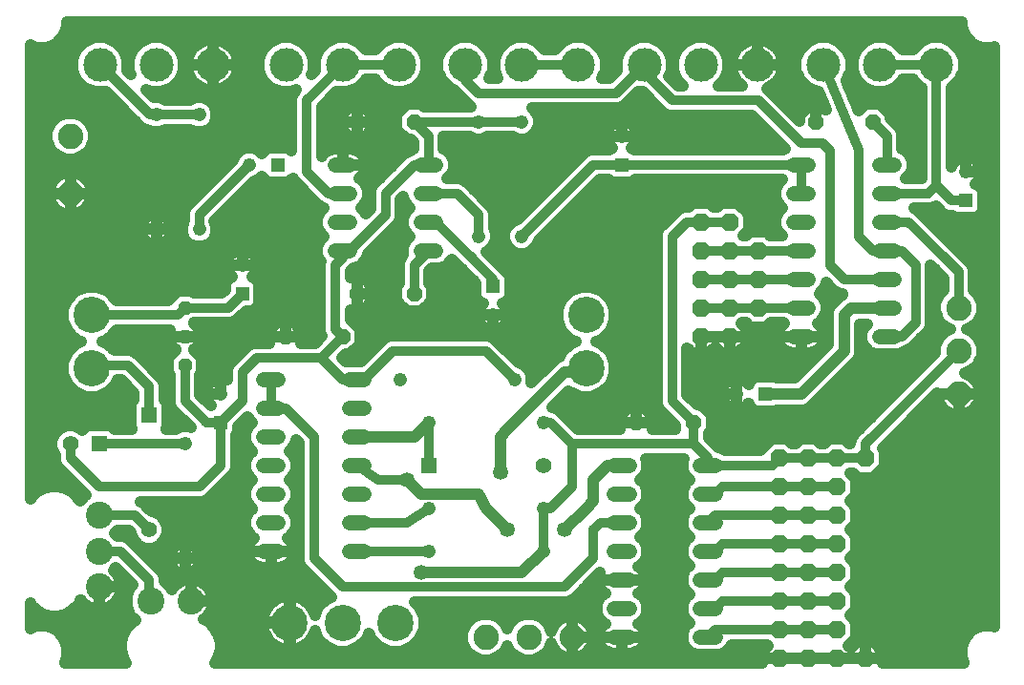
<source format=gbl>
G75*
G70*
%OFA0B0*%
%FSLAX24Y24*%
%IPPOS*%
%LPD*%
%AMOC8*
5,1,8,0,0,1.08239X$1,22.5*
%
%ADD10C,0.0520*%
%ADD11R,0.0476X0.0476*%
%ADD12C,0.0476*%
%ADD13C,0.1181*%
%ADD14OC8,0.0520*%
%ADD15R,0.0560X0.0560*%
%ADD16C,0.0560*%
%ADD17C,0.1266*%
%ADD18OC8,0.0630*%
%ADD19OC8,0.0476*%
%ADD20C,0.0554*%
%ADD21R,0.0554X0.0554*%
%ADD22C,0.0945*%
%ADD23C,0.0886*%
%ADD24C,0.0400*%
%ADD25C,0.0320*%
%ADD26C,0.0531*%
D10*
X009042Y005306D02*
X009562Y005306D01*
X009562Y006306D02*
X009042Y006306D01*
X009042Y007306D02*
X009562Y007306D01*
X009562Y008306D02*
X009042Y008306D01*
X009042Y009306D02*
X009562Y009306D01*
X009562Y010306D02*
X009042Y010306D01*
X009042Y011306D02*
X009562Y011306D01*
X012042Y011306D02*
X012562Y011306D01*
X012562Y010306D02*
X012042Y010306D01*
X012042Y009306D02*
X012562Y009306D01*
X012562Y008306D02*
X012042Y008306D01*
X012042Y007306D02*
X012562Y007306D01*
X012562Y006306D02*
X012042Y006306D01*
X012042Y005306D02*
X012562Y005306D01*
X021292Y005306D02*
X021812Y005306D01*
X021812Y004306D02*
X021292Y004306D01*
X021292Y003306D02*
X021812Y003306D01*
X021812Y002306D02*
X021292Y002306D01*
X024292Y002306D02*
X024812Y002306D01*
X024812Y003306D02*
X024292Y003306D01*
X024292Y004306D02*
X024812Y004306D01*
X024812Y005306D02*
X024292Y005306D01*
X024292Y006306D02*
X024812Y006306D01*
X024812Y007306D02*
X024292Y007306D01*
X024292Y008306D02*
X024812Y008306D01*
X021812Y008306D02*
X021292Y008306D01*
X021292Y007306D02*
X021812Y007306D01*
X021812Y006306D02*
X021292Y006306D01*
X027542Y012806D02*
X028062Y012806D01*
X028062Y013806D02*
X027542Y013806D01*
X027542Y014806D02*
X028062Y014806D01*
X028062Y015806D02*
X027542Y015806D01*
X027542Y016806D02*
X028062Y016806D01*
X028062Y017806D02*
X027542Y017806D01*
X027542Y018806D02*
X028062Y018806D01*
X030542Y018806D02*
X031062Y018806D01*
X031062Y017806D02*
X030542Y017806D01*
X030542Y016806D02*
X031062Y016806D01*
X031062Y015806D02*
X030542Y015806D01*
X030542Y014806D02*
X031062Y014806D01*
X031062Y013806D02*
X030542Y013806D01*
X030542Y012806D02*
X031062Y012806D01*
X015062Y015806D02*
X014542Y015806D01*
X014542Y016806D02*
X015062Y016806D01*
X015062Y017806D02*
X014542Y017806D01*
X014542Y018806D02*
X015062Y018806D01*
X012062Y018806D02*
X011542Y018806D01*
X011542Y017806D02*
X012062Y017806D01*
X012062Y016806D02*
X011542Y016806D01*
X011542Y015806D02*
X012062Y015806D01*
D11*
X008302Y014306D03*
X007552Y009806D03*
X017052Y014556D03*
X021552Y018806D03*
X026552Y010806D03*
X033552Y017556D03*
X009552Y018806D03*
D12*
X008552Y018806D03*
X006802Y020556D03*
X005302Y020556D03*
X005302Y016556D03*
X006802Y016556D03*
X008302Y015306D03*
X013802Y011306D03*
X014802Y009806D03*
X017802Y011306D03*
X018802Y009806D03*
X018802Y006806D03*
X018802Y005306D03*
X014802Y005306D03*
X014802Y006806D03*
X007552Y010806D03*
X006302Y009056D03*
X006302Y005056D03*
X017052Y013556D03*
X016552Y016306D03*
X018052Y016306D03*
X021552Y019806D03*
X018052Y020306D03*
X016552Y020306D03*
X025552Y010806D03*
X033552Y018556D03*
D13*
X032521Y022306D03*
X030552Y022306D03*
X028584Y022306D03*
X026271Y022306D03*
X024302Y022306D03*
X022334Y022306D03*
X020021Y022306D03*
X018052Y022306D03*
X016084Y022306D03*
X013771Y022306D03*
X011802Y022306D03*
X009834Y022306D03*
X007271Y022306D03*
X005302Y022306D03*
X003334Y022306D03*
D14*
X012302Y020306D03*
X014302Y020306D03*
X014302Y014306D03*
X012302Y014306D03*
X011802Y012806D03*
X009802Y012806D03*
X022052Y009806D03*
X024052Y009806D03*
X028302Y020306D03*
X030302Y020306D03*
D15*
X014802Y008306D03*
X005052Y010056D03*
D16*
X005052Y006056D03*
X018802Y008306D03*
D17*
X020302Y011706D03*
X020302Y013556D03*
X013653Y002806D03*
X011802Y002806D03*
X009952Y002806D03*
X003052Y011706D03*
X003052Y013556D03*
D18*
X024302Y013806D03*
X025302Y013806D03*
X026302Y013806D03*
X026302Y014806D03*
X025302Y014806D03*
X024302Y014806D03*
X024302Y015806D03*
X025302Y015806D03*
X026302Y015806D03*
X025302Y016806D03*
X024302Y016806D03*
X024302Y012806D03*
X025302Y012806D03*
X027052Y008556D03*
X028052Y008556D03*
X029052Y008556D03*
X030052Y008556D03*
X029052Y007556D03*
X028052Y007556D03*
X027052Y007556D03*
X027052Y006556D03*
X028052Y006556D03*
X029052Y006556D03*
X029052Y005556D03*
X028052Y005556D03*
X027052Y005556D03*
X027052Y004556D03*
X028052Y004556D03*
X029052Y004556D03*
X029052Y003556D03*
X028052Y003556D03*
X027052Y003556D03*
X027052Y002556D03*
X028052Y002556D03*
X029052Y002556D03*
X029052Y001556D03*
X028052Y001556D03*
X027052Y001556D03*
X030052Y001556D03*
D19*
X006302Y011806D03*
X006302Y012806D03*
X006302Y013806D03*
D20*
X002302Y009056D03*
D21*
X003302Y009056D03*
D22*
X003302Y006556D03*
X003302Y005306D03*
X003302Y004056D03*
X005102Y003556D03*
X006502Y003556D03*
D23*
X016802Y002306D03*
X018302Y002306D03*
X019802Y002306D03*
X033302Y010806D03*
X033302Y012306D03*
X033302Y013806D03*
X002302Y017806D03*
X002302Y019806D03*
D24*
X002198Y001628D02*
X002106Y001406D01*
X004256Y001406D01*
X004140Y001608D01*
X004069Y001870D01*
X004069Y002142D01*
X004140Y002405D01*
X004276Y002641D01*
X004468Y002833D01*
X004582Y002899D01*
X004397Y003085D01*
X004270Y003391D01*
X004270Y003722D01*
X004397Y004028D01*
X004496Y004127D01*
X003898Y004725D01*
X003812Y004639D01*
X003813Y004638D01*
X003884Y004567D01*
X003946Y004486D01*
X003997Y004399D01*
X004035Y004305D01*
X004062Y004207D01*
X004075Y004107D01*
X004075Y004056D01*
X003303Y004056D01*
X003303Y004056D01*
X003303Y003284D01*
X003353Y003284D01*
X003453Y003297D01*
X003551Y003323D01*
X003645Y003362D01*
X003732Y003413D01*
X003813Y003474D01*
X003884Y003546D01*
X003946Y003626D01*
X003997Y003714D01*
X004035Y003807D01*
X004062Y003905D01*
X004075Y004006D01*
X004075Y004056D01*
X003303Y004056D01*
X003302Y004056D01*
X003302Y003284D01*
X003252Y003284D01*
X003151Y003297D01*
X003054Y003323D01*
X002960Y003362D01*
X002872Y003413D01*
X002792Y003474D01*
X002720Y003546D01*
X002672Y003609D01*
X002579Y003447D01*
X002387Y003255D01*
X002151Y003119D01*
X001888Y003048D01*
X001616Y003048D01*
X001354Y003119D01*
X001118Y003255D01*
X000926Y003447D01*
X000902Y003488D01*
X000902Y002610D01*
X001124Y002702D01*
X001480Y002702D01*
X001809Y002565D01*
X002061Y002313D01*
X002198Y001984D01*
X002198Y001628D01*
X002187Y001603D02*
X004142Y001603D01*
X004069Y002002D02*
X002190Y002002D01*
X001974Y002400D02*
X004138Y002400D01*
X004434Y002799D02*
X000902Y002799D01*
X000902Y003198D02*
X001217Y003198D01*
X002288Y003198D02*
X004350Y003198D01*
X004270Y003596D02*
X003923Y003596D01*
X004073Y003995D02*
X004383Y003995D01*
X004230Y004393D02*
X003999Y004393D01*
X003303Y003995D02*
X003302Y003995D01*
X003302Y003596D02*
X003303Y003596D01*
X002682Y003596D02*
X002665Y003596D01*
X004904Y005190D02*
X005780Y005190D01*
X005778Y005182D02*
X005765Y005099D01*
X005765Y005056D01*
X005765Y005014D01*
X005778Y004930D01*
X005804Y004850D01*
X005842Y004774D01*
X005892Y004706D01*
X005952Y004646D01*
X006020Y004596D01*
X006096Y004558D01*
X006176Y004532D01*
X006260Y004519D01*
X006302Y004519D01*
X006302Y005056D01*
X005765Y005056D01*
X006302Y005056D01*
X006302Y005056D01*
X006303Y005056D01*
X006303Y005056D01*
X006840Y005056D01*
X006840Y005014D01*
X006827Y004930D01*
X006801Y004850D01*
X006762Y004774D01*
X006713Y004706D01*
X006653Y004646D01*
X006584Y004596D01*
X006509Y004558D01*
X006428Y004532D01*
X006345Y004519D01*
X006303Y004519D01*
X006303Y005056D01*
X006840Y005056D01*
X006840Y005099D01*
X006827Y005182D01*
X006801Y005263D01*
X006762Y005338D01*
X006713Y005407D01*
X006653Y005466D01*
X006584Y005516D01*
X006509Y005555D01*
X006428Y005581D01*
X006345Y005594D01*
X006303Y005594D01*
X006303Y005057D01*
X006302Y005057D01*
X006302Y005594D01*
X006260Y005594D01*
X006176Y005581D01*
X006096Y005555D01*
X006020Y005516D01*
X005952Y005466D01*
X005892Y005407D01*
X005842Y005338D01*
X005804Y005263D01*
X005778Y005182D01*
X005834Y004792D02*
X005302Y004792D01*
X005347Y004747D02*
X004347Y005747D01*
X004156Y005826D01*
X003960Y005826D01*
X003855Y005931D01*
X003960Y006036D01*
X004337Y006036D01*
X004412Y005961D01*
X004412Y005929D01*
X004510Y005694D01*
X004690Y005514D01*
X004925Y005416D01*
X005180Y005416D01*
X005415Y005514D01*
X005595Y005694D01*
X005692Y005929D01*
X005692Y006184D01*
X005595Y006419D01*
X005415Y006599D01*
X005180Y006696D01*
X005148Y006696D01*
X004993Y006851D01*
X004847Y006997D01*
X004752Y007036D01*
X006699Y007036D01*
X006906Y007036D01*
X007097Y007115D01*
X007847Y007865D01*
X007993Y008012D01*
X008072Y008203D01*
X008072Y009342D01*
X008095Y009365D01*
X008150Y009497D01*
X008150Y009669D01*
X008493Y010012D01*
X008517Y009955D01*
X008666Y009806D01*
X008517Y009657D01*
X008422Y009430D01*
X008422Y009183D01*
X008517Y008955D01*
X008666Y008806D01*
X008517Y008657D01*
X008422Y008430D01*
X008422Y008183D01*
X008517Y007955D01*
X008666Y007806D01*
X008517Y007657D01*
X008422Y007430D01*
X008422Y007183D01*
X007164Y007183D01*
X007563Y007582D02*
X008485Y007582D01*
X008506Y007980D02*
X007961Y007980D01*
X008072Y008379D02*
X008422Y008379D01*
X008636Y008777D02*
X008072Y008777D01*
X008072Y009176D02*
X008425Y009176D01*
X008482Y009574D02*
X008150Y009574D01*
X008454Y009973D02*
X008509Y009973D01*
X007553Y010807D02*
X007552Y010807D01*
X007552Y011344D01*
X007510Y011344D01*
X007426Y011331D01*
X007346Y011305D01*
X007270Y011266D01*
X007202Y011216D01*
X007142Y011157D01*
X007092Y011088D01*
X007054Y011013D01*
X007028Y010932D01*
X007015Y010849D01*
X007015Y010806D01*
X007015Y010764D01*
X007028Y010680D01*
X007054Y010600D01*
X007092Y010524D01*
X007142Y010456D01*
X007202Y010396D01*
X007210Y010390D01*
X007205Y010389D01*
X006822Y010772D01*
X006822Y011481D01*
X006900Y011559D01*
X006900Y012054D01*
X006605Y012349D01*
X006840Y012584D01*
X006840Y012806D01*
X006303Y012806D01*
X006303Y012806D01*
X006840Y012806D01*
X006840Y013029D01*
X006605Y013264D01*
X006628Y013286D01*
X007699Y013286D01*
X007906Y013286D01*
X008097Y013365D01*
X008440Y013709D01*
X008612Y013709D01*
X008744Y013763D01*
X008845Y013865D01*
X008900Y013997D01*
X008900Y014616D01*
X008845Y014748D01*
X008744Y014849D01*
X008645Y014890D01*
X008653Y014896D01*
X008713Y014956D01*
X008762Y015024D01*
X008801Y015100D01*
X008827Y015180D01*
X008840Y015264D01*
X008840Y015306D01*
X008303Y015306D01*
X008303Y015306D01*
X008840Y015306D01*
X008840Y015349D01*
X008827Y015432D01*
X008801Y015513D01*
X008762Y015588D01*
X008713Y015657D01*
X008653Y015716D01*
X008584Y015766D01*
X008509Y015805D01*
X008428Y015831D01*
X008345Y015844D01*
X008303Y015844D01*
X008303Y015307D01*
X008302Y015307D01*
X008302Y015844D01*
X008260Y015844D01*
X008176Y015831D01*
X008096Y015805D01*
X008020Y015766D01*
X007952Y015716D01*
X007892Y015657D01*
X007842Y015588D01*
X007804Y015513D01*
X007778Y015432D01*
X007765Y015349D01*
X007765Y015306D01*
X007765Y015264D01*
X007778Y015180D01*
X007804Y015100D01*
X007842Y015024D01*
X007892Y014956D01*
X007952Y014896D01*
X007960Y014890D01*
X007861Y014849D01*
X007759Y014748D01*
X007705Y014616D01*
X007705Y014444D01*
X007587Y014326D01*
X006628Y014326D01*
X006550Y014404D01*
X006055Y014404D01*
X005727Y014076D01*
X003912Y014076D01*
X003894Y014119D01*
X003615Y014398D01*
X003250Y014549D01*
X002855Y014549D01*
X002490Y014398D01*
X002210Y014119D01*
X002059Y013754D01*
X002059Y013359D01*
X002210Y012994D01*
X002490Y012714D01*
X002691Y012631D01*
X002490Y012548D01*
X002210Y012268D01*
X002059Y011903D01*
X002059Y011508D01*
X002210Y011143D01*
X002490Y010864D01*
X002855Y010713D01*
X003250Y010713D01*
X003615Y010864D01*
X003894Y011143D01*
X003953Y011286D01*
X004087Y011286D01*
X004532Y010841D01*
X004532Y010605D01*
X004467Y010540D01*
X004412Y010408D01*
X004412Y009705D01*
X004466Y009576D01*
X003846Y009576D01*
X003783Y009639D01*
X003651Y009693D01*
X002954Y009693D01*
X002821Y009639D01*
X002721Y009539D01*
X002663Y009596D01*
X002429Y009693D01*
X002176Y009693D01*
X001941Y009596D01*
X001762Y009417D01*
X001665Y009183D01*
X001665Y008930D01*
X001762Y008695D01*
X001782Y008675D01*
X001782Y008660D01*
X001782Y008453D01*
X001862Y008262D01*
X002852Y007271D01*
X002831Y007262D01*
X002636Y007067D01*
X002579Y007166D01*
X002387Y007358D01*
X002151Y007494D01*
X001888Y007564D01*
X001616Y007564D01*
X001354Y007494D01*
X001118Y007358D01*
X000926Y007166D01*
X000902Y007125D01*
X000902Y023003D01*
X001124Y022911D01*
X001480Y022911D01*
X001809Y023047D01*
X002061Y023299D01*
X002198Y023628D01*
X002198Y023806D01*
X033407Y023806D01*
X033407Y023628D01*
X033543Y023299D01*
X033795Y023047D01*
X034124Y022911D01*
X034480Y022911D01*
X034552Y022941D01*
X034552Y002672D01*
X034480Y002702D01*
X034124Y002702D01*
X033795Y002565D01*
X033543Y002313D01*
X033407Y001984D01*
X033407Y001628D01*
X033499Y001406D01*
X030667Y001406D01*
X030667Y001556D01*
X030053Y001556D01*
X030053Y001556D01*
X030667Y001556D01*
X030667Y001811D01*
X030307Y002171D01*
X030053Y002171D01*
X030053Y001557D01*
X030052Y001557D01*
X030052Y002171D01*
X029798Y002171D01*
X029552Y001926D01*
X029464Y002014D01*
X029727Y002277D01*
X029727Y002836D01*
X029507Y003056D01*
X029727Y003277D01*
X029727Y003836D01*
X029507Y004056D01*
X029727Y004277D01*
X029727Y004836D01*
X029507Y005056D01*
X029727Y005277D01*
X029727Y005836D01*
X029507Y006056D01*
X029727Y006277D01*
X029727Y006836D01*
X029507Y007056D01*
X029727Y007277D01*
X029727Y007836D01*
X029527Y008036D01*
X029618Y008036D01*
X029773Y007881D01*
X030332Y007881D01*
X030727Y008277D01*
X030727Y008836D01*
X030647Y008916D01*
X032559Y010828D01*
X032559Y010806D01*
X032559Y010758D01*
X032572Y010661D01*
X032597Y010567D01*
X032635Y010477D01*
X032683Y010393D01*
X032743Y010315D01*
X032811Y010247D01*
X032889Y010187D01*
X032973Y010139D01*
X033063Y010101D01*
X033157Y010076D01*
X033254Y010063D01*
X033302Y010063D01*
X033302Y010806D01*
X032559Y010806D01*
X033302Y010806D01*
X033302Y010806D01*
X033303Y010806D01*
X033303Y010806D01*
X034045Y010806D01*
X034045Y010758D01*
X034033Y010661D01*
X034007Y010567D01*
X033970Y010477D01*
X033921Y010393D01*
X033862Y010315D01*
X033793Y010247D01*
X033716Y010187D01*
X033632Y010139D01*
X033542Y010101D01*
X033448Y010076D01*
X033351Y010063D01*
X033303Y010063D01*
X033303Y010806D01*
X034045Y010806D01*
X034045Y010855D01*
X034033Y010952D01*
X034007Y011046D01*
X033970Y011136D01*
X033921Y011220D01*
X033862Y011297D01*
X033793Y011366D01*
X033716Y011425D01*
X033632Y011474D01*
X033542Y011511D01*
X033505Y011521D01*
X033757Y011626D01*
X033983Y011851D01*
X034105Y012147D01*
X034105Y012466D01*
X033983Y012761D01*
X033757Y012987D01*
X033590Y013056D01*
X033757Y013126D01*
X033983Y013351D01*
X034105Y013647D01*
X034105Y013966D01*
X033983Y014261D01*
X033822Y014422D01*
X033822Y015160D01*
X033743Y015351D01*
X033597Y015497D01*
X033097Y015997D01*
X031847Y017247D01*
X031752Y017286D01*
X032136Y017286D01*
X032343Y017286D01*
X032515Y017358D01*
X032612Y017262D01*
X032758Y017115D01*
X032949Y017036D01*
X033088Y017036D01*
X033111Y017013D01*
X033243Y016959D01*
X033862Y016959D01*
X033994Y017013D01*
X034095Y017115D01*
X034150Y017247D01*
X034150Y017866D01*
X034095Y017998D01*
X033994Y018099D01*
X033895Y018140D01*
X033903Y018146D01*
X033963Y018206D01*
X034012Y018274D01*
X034051Y018350D01*
X034077Y018430D01*
X034090Y018514D01*
X034090Y018556D01*
X033553Y018556D01*
X033553Y018556D01*
X034090Y018556D01*
X034090Y018599D01*
X034077Y018682D01*
X034051Y018763D01*
X034012Y018838D01*
X033963Y018907D01*
X033903Y018966D01*
X033834Y019016D01*
X033759Y019055D01*
X033678Y019081D01*
X033595Y019094D01*
X033553Y019094D01*
X033553Y018557D01*
X033552Y018557D01*
X033552Y019094D01*
X033510Y019094D01*
X033426Y019081D01*
X033346Y019055D01*
X033270Y019016D01*
X033202Y018966D01*
X033142Y018907D01*
X033092Y018838D01*
X033054Y018763D01*
X033041Y018722D01*
X033041Y021493D01*
X033059Y021500D01*
X033327Y021768D01*
X033471Y022117D01*
X033471Y022495D01*
X033327Y022845D01*
X033059Y023112D01*
X032710Y023257D01*
X032332Y023257D01*
X031982Y023112D01*
X031715Y022845D01*
X031707Y022826D01*
X031366Y022826D01*
X031358Y022845D01*
X031091Y023112D01*
X030741Y023257D01*
X030363Y023257D01*
X030014Y023112D01*
X029747Y022845D01*
X029602Y022495D01*
X029602Y022117D01*
X029747Y021768D01*
X030014Y021500D01*
X030363Y021356D01*
X030741Y021356D01*
X031091Y021500D01*
X031358Y021768D01*
X031366Y021786D01*
X031707Y021786D01*
X031715Y021768D01*
X031982Y021500D01*
X032001Y021493D01*
X032001Y018326D01*
X031459Y018326D01*
X031588Y018455D01*
X031682Y018683D01*
X031682Y018930D01*
X031588Y019157D01*
X031414Y019332D01*
X031322Y019370D01*
X031322Y019703D01*
X031322Y019910D01*
X031243Y020101D01*
X030922Y020422D01*
X030922Y020563D01*
X030559Y020926D01*
X030046Y020926D01*
X029809Y020690D01*
X029374Y021752D01*
X029390Y021768D01*
X029534Y022117D01*
X029534Y022495D01*
X029390Y022845D01*
X029122Y023112D01*
X028773Y023257D01*
X028395Y023257D01*
X028045Y023112D01*
X027778Y022845D01*
X027633Y022495D01*
X027633Y022117D01*
X027778Y021768D01*
X028045Y021500D01*
X028395Y021356D01*
X028412Y021356D01*
X028668Y020733D01*
X028534Y020866D01*
X028303Y020866D01*
X028303Y020307D01*
X028302Y020307D01*
X028302Y020866D01*
X028070Y020866D01*
X027742Y020538D01*
X027742Y020352D01*
X026611Y021483D01*
X026666Y021506D01*
X026767Y021564D01*
X026859Y021635D01*
X026942Y021718D01*
X027013Y021810D01*
X027071Y021912D01*
X027116Y022019D01*
X027146Y022132D01*
X027161Y022248D01*
X027161Y022306D01*
X026271Y022306D01*
X026271Y022306D01*
X027161Y022306D01*
X027161Y022365D01*
X027146Y022480D01*
X027116Y022593D01*
X027071Y022701D01*
X027013Y022802D01*
X026942Y022895D01*
X026859Y022977D01*
X026767Y023048D01*
X026666Y023107D01*
X026558Y023151D01*
X026445Y023182D01*
X026329Y023197D01*
X026271Y023197D01*
X026271Y022307D01*
X026271Y022307D01*
X026271Y023197D01*
X026212Y023197D01*
X026097Y023182D01*
X025984Y023151D01*
X025876Y023107D01*
X025775Y023048D01*
X025682Y022977D01*
X025600Y022895D01*
X025529Y022802D01*
X025470Y022701D01*
X025426Y022593D01*
X025396Y022480D01*
X025380Y022365D01*
X025380Y022306D01*
X025380Y022248D01*
X025396Y022132D01*
X025426Y022019D01*
X025470Y021912D01*
X025529Y021810D01*
X025600Y021718D01*
X025682Y021635D01*
X025759Y021576D01*
X024917Y021576D01*
X025108Y021768D01*
X025253Y022117D01*
X025253Y022495D01*
X025108Y022845D01*
X024841Y023112D01*
X024491Y023257D01*
X024113Y023257D01*
X023764Y023112D01*
X023497Y022845D01*
X023352Y022495D01*
X023352Y022117D01*
X023497Y021768D01*
X023688Y021576D01*
X023518Y021576D01*
X023194Y021900D01*
X023284Y022117D01*
X023284Y022495D01*
X023140Y022845D01*
X022872Y023112D01*
X022523Y023257D01*
X022145Y023257D01*
X021795Y023112D01*
X021528Y022845D01*
X021383Y022495D01*
X021383Y022117D01*
X021391Y022099D01*
X021118Y021826D01*
X020851Y021826D01*
X020971Y022117D01*
X020971Y022495D01*
X020827Y022845D01*
X020559Y023112D01*
X020210Y023257D01*
X019832Y023257D01*
X019482Y023112D01*
X019215Y022845D01*
X019207Y022826D01*
X018866Y022826D01*
X018858Y022845D01*
X018591Y023112D01*
X018241Y023257D01*
X017863Y023257D01*
X017514Y023112D01*
X017247Y022845D01*
X017102Y022495D01*
X017102Y022117D01*
X017222Y021826D01*
X016914Y021826D01*
X017034Y022117D01*
X017034Y022495D01*
X016890Y022845D01*
X016622Y023112D01*
X016273Y023257D01*
X015895Y023257D01*
X015545Y023112D01*
X015278Y022845D01*
X015133Y022495D01*
X015133Y022117D01*
X015278Y021768D01*
X015545Y021500D01*
X015678Y021446D01*
X016112Y021012D01*
X016258Y020865D01*
X016299Y020848D01*
X016246Y020826D01*
X014659Y020826D01*
X014559Y020926D01*
X014046Y020926D01*
X013682Y020563D01*
X013682Y020049D01*
X014046Y019686D01*
X014187Y019686D01*
X014282Y019591D01*
X014282Y019370D01*
X014191Y019332D01*
X014176Y019317D01*
X014008Y019247D01*
X013862Y019101D01*
X012862Y018101D01*
X012782Y017910D01*
X012782Y017703D01*
X012782Y017272D01*
X012611Y017101D01*
X012588Y017157D01*
X012439Y017306D01*
X012588Y017455D01*
X012682Y017683D01*
X012682Y017930D01*
X012588Y018157D01*
X012414Y018332D01*
X012381Y018345D01*
X012427Y018379D01*
X012489Y018441D01*
X012541Y018513D01*
X012581Y018591D01*
X012609Y018675D01*
X012622Y018762D01*
X012622Y018806D01*
X011803Y018806D01*
X011803Y018806D01*
X012622Y018806D01*
X012622Y018850D01*
X012609Y018937D01*
X012581Y019021D01*
X012541Y019100D01*
X012489Y019171D01*
X012427Y019233D01*
X012356Y019285D01*
X012277Y019325D01*
X012194Y019352D01*
X012106Y019366D01*
X011803Y019366D01*
X011803Y018807D01*
X011802Y018807D01*
X011802Y019366D01*
X011498Y019366D01*
X011411Y019352D01*
X011327Y019325D01*
X011249Y019285D01*
X011178Y019233D01*
X011115Y019171D01*
X011072Y019112D01*
X011072Y020841D01*
X011595Y021363D01*
X011613Y021356D01*
X011991Y021356D01*
X012341Y021500D01*
X012608Y021768D01*
X012616Y021786D01*
X012957Y021786D01*
X012965Y021768D01*
X013232Y021500D01*
X013582Y021356D01*
X013960Y021356D01*
X014309Y021500D01*
X014577Y021768D01*
X014721Y022117D01*
X014721Y022495D01*
X014577Y022845D01*
X014309Y023112D01*
X013960Y023257D01*
X013582Y023257D01*
X013232Y023112D01*
X012965Y022845D01*
X012957Y022826D01*
X012616Y022826D01*
X012608Y022845D01*
X012341Y023112D01*
X011991Y023257D01*
X011613Y023257D01*
X011264Y023112D01*
X010997Y022845D01*
X010852Y022495D01*
X010852Y022117D01*
X010859Y022099D01*
X010718Y021957D01*
X010784Y022117D01*
X010784Y022495D01*
X010640Y022845D01*
X010372Y023112D01*
X010023Y023257D01*
X009645Y023257D01*
X009295Y023112D01*
X009028Y022845D01*
X008883Y022495D01*
X008883Y022117D01*
X009028Y021768D01*
X009295Y021500D01*
X009645Y021356D01*
X010023Y021356D01*
X010183Y021422D01*
X010112Y021351D01*
X010032Y021160D01*
X010032Y019311D01*
X009994Y019349D01*
X009862Y019404D01*
X009243Y019404D01*
X009111Y019349D01*
X009009Y019248D01*
X008994Y019210D01*
X008891Y019313D01*
X008671Y019404D01*
X008433Y019404D01*
X008214Y019313D01*
X008046Y019145D01*
X007968Y018957D01*
X006508Y017497D01*
X006508Y017497D01*
X006362Y017351D01*
X006282Y017160D01*
X006282Y016863D01*
X006205Y016675D01*
X006205Y016437D01*
X006296Y016218D01*
X006464Y016049D01*
X006683Y015959D01*
X006921Y015959D01*
X007141Y016049D01*
X007309Y016218D01*
X007400Y016437D01*
X007400Y016675D01*
X007329Y016847D01*
X008703Y018222D01*
X008891Y018299D01*
X008994Y018402D01*
X009009Y018365D01*
X009111Y018263D01*
X009243Y018209D01*
X009862Y018209D01*
X009994Y018263D01*
X010077Y018346D01*
X010112Y018262D01*
X010862Y017512D01*
X011008Y017365D01*
X011161Y017302D01*
X011017Y017157D01*
X010922Y016930D01*
X010922Y016683D01*
X011017Y016455D01*
X011166Y016306D01*
X011017Y016157D01*
X010922Y015930D01*
X010922Y015683D01*
X011017Y015455D01*
X011041Y015431D01*
X011032Y015410D01*
X011032Y013160D01*
X011032Y012953D01*
X011085Y012825D01*
X010837Y012576D01*
X010362Y012576D01*
X010362Y012806D01*
X009803Y012806D01*
X009803Y012806D01*
X010362Y012806D01*
X010362Y013038D01*
X010034Y013366D01*
X009803Y013366D01*
X009803Y012807D01*
X009802Y012807D01*
X009802Y013366D01*
X009570Y013366D01*
X009242Y013038D01*
X009242Y012806D01*
X009242Y012576D01*
X008699Y012576D01*
X008508Y012497D01*
X008362Y012351D01*
X007862Y011851D01*
X007782Y011660D01*
X007782Y011453D01*
X007782Y011293D01*
X007759Y011305D01*
X007678Y011331D01*
X007595Y011344D01*
X007553Y011344D01*
X007553Y010807D01*
X007552Y010806D02*
X007552Y010806D01*
X007015Y010806D01*
X007552Y010806D01*
X007552Y011168D02*
X007553Y011168D01*
X007154Y011168D02*
X006822Y011168D01*
X006824Y010770D02*
X007015Y010770D01*
X006900Y011567D02*
X007782Y011567D01*
X007976Y011966D02*
X006900Y011966D01*
X006621Y012364D02*
X008375Y012364D01*
X009242Y012763D02*
X006840Y012763D01*
X006708Y013161D02*
X009365Y013161D01*
X009242Y012806D02*
X009802Y012806D01*
X009242Y012806D01*
X009802Y012806D02*
X009802Y012806D01*
X009802Y013161D02*
X009803Y013161D01*
X010239Y013161D02*
X011032Y013161D01*
X011023Y012763D02*
X010362Y012763D01*
X011032Y013560D02*
X008291Y013560D01*
X008884Y013958D02*
X011032Y013958D01*
X011032Y014357D02*
X008900Y014357D01*
X008838Y014755D02*
X011032Y014755D01*
X011032Y015154D02*
X008818Y015154D01*
X008302Y015306D02*
X007765Y015306D01*
X008302Y015306D01*
X008302Y015306D01*
X008302Y015552D02*
X008303Y015552D01*
X008781Y015552D02*
X010976Y015552D01*
X010931Y015951D02*
X000902Y015951D01*
X000902Y016349D02*
X004804Y016349D01*
X004804Y016350D02*
X004842Y016274D01*
X004892Y016206D01*
X004952Y016146D01*
X005020Y016096D01*
X005096Y016058D01*
X005176Y016032D01*
X005260Y016019D01*
X005302Y016019D01*
X005302Y016556D01*
X004765Y016556D01*
X004765Y016514D01*
X004778Y016430D01*
X004804Y016350D01*
X004765Y016556D02*
X005302Y016556D01*
X005302Y016556D01*
X005303Y016556D01*
X005303Y016556D01*
X005840Y016556D01*
X005840Y016514D01*
X005827Y016430D01*
X005801Y016350D01*
X005762Y016274D01*
X005713Y016206D01*
X005653Y016146D01*
X005584Y016096D01*
X005509Y016058D01*
X005428Y016032D01*
X005345Y016019D01*
X005303Y016019D01*
X005303Y016556D01*
X005840Y016556D01*
X005840Y016599D01*
X005827Y016682D01*
X005801Y016763D01*
X005762Y016838D01*
X005713Y016907D01*
X005653Y016966D01*
X005584Y017016D01*
X005509Y017055D01*
X005428Y017081D01*
X005345Y017094D01*
X005303Y017094D01*
X005303Y016557D01*
X005302Y016557D01*
X005302Y017094D01*
X005260Y017094D01*
X005176Y017081D01*
X005096Y017055D01*
X005020Y017016D01*
X004952Y016966D01*
X004892Y016907D01*
X004842Y016838D01*
X004804Y016763D01*
X004778Y016682D01*
X004765Y016599D01*
X004765Y016556D01*
X004799Y016748D02*
X000902Y016748D01*
X000902Y017147D02*
X001959Y017147D01*
X001973Y017139D02*
X002063Y017101D01*
X002157Y017076D01*
X002254Y017063D01*
X002302Y017063D01*
X002302Y017806D01*
X001559Y017806D01*
X001559Y017758D01*
X001572Y017661D01*
X001597Y017567D01*
X001635Y017477D01*
X001683Y017393D01*
X001743Y017315D01*
X001811Y017247D01*
X001889Y017187D01*
X001973Y017139D01*
X002302Y017147D02*
X002303Y017147D01*
X002303Y017063D02*
X002351Y017063D01*
X002448Y017076D01*
X002542Y017101D01*
X002632Y017139D01*
X002716Y017187D01*
X002793Y017247D01*
X002862Y017315D01*
X002921Y017393D01*
X002970Y017477D01*
X003007Y017567D01*
X003033Y017661D01*
X003045Y017758D01*
X003045Y017806D01*
X002303Y017806D01*
X002303Y017806D01*
X002303Y017063D01*
X002645Y017147D02*
X006282Y017147D01*
X006235Y016748D02*
X005806Y016748D01*
X005801Y016349D02*
X006241Y016349D01*
X005303Y016349D02*
X005302Y016349D01*
X005302Y016748D02*
X005303Y016748D01*
X006556Y017545D02*
X002998Y017545D01*
X003045Y017806D02*
X003045Y017855D01*
X003033Y017952D01*
X003007Y018046D01*
X002970Y018136D01*
X002921Y018220D01*
X002862Y018297D01*
X002793Y018366D01*
X002716Y018425D01*
X002632Y018474D01*
X002542Y018511D01*
X002448Y018536D01*
X002351Y018549D01*
X002303Y018549D01*
X002303Y017807D01*
X002302Y017807D01*
X002302Y018549D01*
X002254Y018549D01*
X002157Y018536D01*
X002063Y018511D01*
X001973Y018474D01*
X001889Y018425D01*
X001811Y018366D01*
X001743Y018297D01*
X001683Y018220D01*
X001635Y018136D01*
X001597Y018046D01*
X001572Y017952D01*
X001559Y017855D01*
X001559Y017806D01*
X002302Y017806D01*
X002302Y017806D01*
X002303Y017806D01*
X003045Y017806D01*
X003034Y017944D02*
X006954Y017944D01*
X007353Y018342D02*
X002817Y018342D01*
X002303Y018342D02*
X002302Y018342D01*
X002302Y017944D02*
X002303Y017944D01*
X001788Y018342D02*
X000902Y018342D01*
X000902Y017944D02*
X001571Y017944D01*
X001606Y017545D02*
X000902Y017545D01*
X002302Y017545D02*
X002303Y017545D01*
X000902Y018741D02*
X007751Y018741D01*
X008043Y019139D02*
X002771Y019139D01*
X002757Y019126D02*
X002983Y019351D01*
X003105Y019647D01*
X003105Y019966D01*
X002983Y020261D01*
X002757Y020487D01*
X002462Y020609D01*
X002143Y020609D01*
X001848Y020487D01*
X001622Y020261D01*
X001499Y019966D01*
X001499Y019647D01*
X001622Y019351D01*
X001848Y019126D01*
X002143Y019003D01*
X002462Y019003D01*
X002757Y019126D01*
X003060Y019538D02*
X010032Y019538D01*
X010032Y019936D02*
X003105Y019936D01*
X002909Y020335D02*
X004570Y020335D01*
X004789Y020115D02*
X004980Y020036D01*
X004996Y020036D01*
X005183Y019959D01*
X005421Y019959D01*
X005609Y020036D01*
X006496Y020036D01*
X006683Y019959D01*
X006921Y019959D01*
X007141Y020049D01*
X007309Y020218D01*
X007400Y020437D01*
X007400Y020675D01*
X007309Y020895D01*
X007141Y021063D01*
X006921Y021154D01*
X006683Y021154D01*
X006496Y021076D01*
X005609Y021076D01*
X005421Y021154D01*
X005221Y021154D01*
X004953Y021422D01*
X005113Y021356D01*
X005491Y021356D01*
X005841Y021500D01*
X006108Y021768D01*
X006253Y022117D01*
X006253Y022495D01*
X006108Y022845D01*
X005841Y023112D01*
X005491Y023257D01*
X005113Y023257D01*
X004764Y023112D01*
X004497Y022845D01*
X004352Y022495D01*
X004352Y022117D01*
X004418Y021957D01*
X004277Y022099D01*
X004284Y022117D01*
X004284Y022495D01*
X004140Y022845D01*
X003872Y023112D01*
X003523Y023257D01*
X003145Y023257D01*
X002795Y023112D01*
X002528Y022845D01*
X002383Y022495D01*
X002383Y022117D01*
X002528Y021768D01*
X002795Y021500D01*
X003145Y021356D01*
X003523Y021356D01*
X003541Y021363D01*
X004789Y020115D01*
X004171Y020733D02*
X000902Y020733D01*
X000902Y021132D02*
X003773Y021132D01*
X002765Y021531D02*
X000902Y021531D01*
X000902Y021929D02*
X002461Y021929D01*
X002383Y022328D02*
X000902Y022328D01*
X000902Y022726D02*
X002479Y022726D01*
X002826Y023125D02*
X001887Y023125D01*
X002154Y023523D02*
X033451Y023523D01*
X033718Y023125D02*
X033029Y023125D01*
X033376Y022726D02*
X034552Y022726D01*
X034552Y022328D02*
X033471Y022328D01*
X033393Y021929D02*
X034552Y021929D01*
X034552Y021531D02*
X033089Y021531D01*
X033041Y021132D02*
X034552Y021132D01*
X034552Y020733D02*
X033041Y020733D01*
X033041Y020335D02*
X034552Y020335D01*
X034552Y019936D02*
X033041Y019936D01*
X033041Y019538D02*
X034552Y019538D01*
X034552Y019139D02*
X033041Y019139D01*
X033041Y018741D02*
X033047Y018741D01*
X033552Y018741D02*
X033553Y018741D01*
X034058Y018741D02*
X034552Y018741D01*
X034552Y018342D02*
X034047Y018342D01*
X034118Y017944D02*
X034552Y017944D01*
X034552Y017545D02*
X034150Y017545D01*
X034109Y017147D02*
X034552Y017147D01*
X034552Y016748D02*
X032346Y016748D01*
X032727Y017147D02*
X031947Y017147D01*
X032744Y016349D02*
X034552Y016349D01*
X034552Y015951D02*
X033143Y015951D01*
X033542Y015552D02*
X034552Y015552D01*
X034552Y015154D02*
X033822Y015154D01*
X033822Y014755D02*
X034552Y014755D01*
X034552Y014357D02*
X033887Y014357D01*
X034105Y013958D02*
X034552Y013958D01*
X034552Y013560D02*
X034069Y013560D01*
X033793Y013161D02*
X034552Y013161D01*
X034552Y012763D02*
X033981Y012763D01*
X034105Y012364D02*
X034552Y012364D01*
X034552Y011966D02*
X034030Y011966D01*
X033616Y011567D02*
X034552Y011567D01*
X034552Y011168D02*
X033951Y011168D01*
X034045Y010770D02*
X034552Y010770D01*
X034552Y010371D02*
X033905Y010371D01*
X034552Y009973D02*
X031704Y009973D01*
X032103Y010371D02*
X032700Y010371D01*
X032559Y010770D02*
X032501Y010770D01*
X033302Y010770D02*
X033303Y010770D01*
X033302Y010371D02*
X033303Y010371D01*
X034552Y009574D02*
X031306Y009574D01*
X030907Y009176D02*
X034552Y009176D01*
X034552Y008777D02*
X030727Y008777D01*
X030727Y008379D02*
X034552Y008379D01*
X034552Y007980D02*
X030431Y007980D01*
X029674Y007980D02*
X029583Y007980D01*
X029727Y007582D02*
X034552Y007582D01*
X034552Y007183D02*
X029634Y007183D01*
X029727Y006784D02*
X034552Y006784D01*
X034552Y006386D02*
X029727Y006386D01*
X029576Y005987D02*
X034552Y005987D01*
X034552Y005589D02*
X029727Y005589D01*
X029641Y005190D02*
X034552Y005190D01*
X034552Y004792D02*
X029727Y004792D01*
X029727Y004393D02*
X034552Y004393D01*
X034552Y003995D02*
X029569Y003995D01*
X029727Y003596D02*
X034552Y003596D01*
X034552Y003198D02*
X029648Y003198D01*
X029727Y002799D02*
X034552Y002799D01*
X033630Y002400D02*
X029727Y002400D01*
X029628Y002002D02*
X029476Y002002D01*
X029667Y001556D02*
X029053Y001556D01*
X029053Y001556D01*
X029667Y001556D01*
X030052Y001556D01*
X030052Y001556D01*
X029667Y001556D01*
X030052Y001603D02*
X030053Y001603D01*
X030052Y002002D02*
X030053Y002002D01*
X030476Y002002D02*
X033414Y002002D01*
X033417Y001603D02*
X030667Y001603D01*
X029052Y001556D02*
X028437Y001556D01*
X028053Y001556D01*
X028053Y001556D01*
X028437Y001556D01*
X029052Y001556D01*
X029052Y001556D01*
X028052Y001556D02*
X027437Y001556D01*
X027053Y001556D01*
X027053Y001556D01*
X027437Y001556D01*
X028052Y001556D01*
X028052Y001556D01*
X027052Y001556D02*
X026437Y001556D01*
X026437Y001406D01*
X007349Y001406D01*
X007465Y001608D01*
X007535Y001870D01*
X007535Y002142D01*
X007465Y002405D01*
X007329Y002641D01*
X007137Y002833D01*
X006961Y002934D01*
X007013Y002974D01*
X007084Y003046D01*
X007146Y003126D01*
X007197Y003214D01*
X007235Y003307D01*
X007262Y003405D01*
X007275Y003506D01*
X007275Y003556D01*
X006503Y003556D01*
X006503Y003556D01*
X007275Y003556D01*
X007275Y003607D01*
X007262Y003707D01*
X007235Y003805D01*
X007197Y003899D01*
X007146Y003986D01*
X007084Y004067D01*
X007013Y004138D01*
X006932Y004200D01*
X006845Y004251D01*
X006751Y004289D01*
X006653Y004315D01*
X006553Y004329D01*
X006503Y004329D01*
X006503Y003557D01*
X006502Y003557D01*
X006502Y004329D01*
X006452Y004329D01*
X006351Y004315D01*
X006254Y004289D01*
X006160Y004251D01*
X006072Y004200D01*
X005992Y004138D01*
X005920Y004067D01*
X005859Y003986D01*
X005839Y003953D01*
X005808Y004028D01*
X005574Y004262D01*
X005572Y004263D01*
X005572Y004410D01*
X005493Y004601D01*
X005347Y004747D01*
X005572Y004393D02*
X010730Y004393D01*
X011129Y003995D02*
X007140Y003995D01*
X007275Y003596D02*
X009455Y003596D01*
X009411Y003568D02*
X009329Y003503D01*
X009255Y003429D01*
X009190Y003347D01*
X009134Y003258D01*
X009089Y003164D01*
X009054Y003065D01*
X009031Y002963D01*
X009019Y002859D01*
X009019Y002823D01*
X009935Y002823D01*
X009935Y002790D01*
X009019Y002790D01*
X009019Y002754D01*
X009031Y002650D01*
X009054Y002548D01*
X009089Y002449D01*
X009134Y002354D01*
X009190Y002265D01*
X009255Y002184D01*
X009329Y002109D01*
X009411Y002044D01*
X009500Y001988D01*
X009594Y001943D01*
X009693Y001908D01*
X009795Y001885D01*
X009900Y001873D01*
X009935Y001873D01*
X009935Y002789D01*
X009969Y002789D01*
X009969Y001873D01*
X010004Y001873D01*
X010109Y001885D01*
X010211Y001908D01*
X010310Y001943D01*
X010404Y001988D01*
X010493Y002044D01*
X010575Y002109D01*
X010649Y002184D01*
X010714Y002265D01*
X010770Y002354D01*
X010815Y002449D01*
X010843Y002528D01*
X010960Y002244D01*
X011240Y001964D01*
X011605Y001813D01*
X012000Y001813D01*
X012365Y001964D01*
X012644Y002244D01*
X012728Y002445D01*
X012811Y002244D01*
X013090Y001964D01*
X013455Y001813D01*
X013850Y001813D01*
X014215Y001964D01*
X014495Y002244D01*
X014646Y002609D01*
X014646Y003004D01*
X014495Y003369D01*
X014327Y003536D01*
X019449Y003536D01*
X019656Y003536D01*
X019847Y003615D01*
X020795Y004564D01*
X020773Y004521D01*
X020746Y004437D01*
X020732Y004350D01*
X020732Y004306D01*
X020732Y004262D01*
X020746Y004175D01*
X020773Y004091D01*
X020813Y004013D01*
X020865Y003941D01*
X020928Y003879D01*
X020974Y003845D01*
X020941Y003832D01*
X020767Y003657D01*
X020672Y003430D01*
X020672Y003183D01*
X020767Y002955D01*
X020941Y002781D01*
X020974Y002767D01*
X020928Y002733D01*
X020865Y002671D01*
X020813Y002600D01*
X020773Y002521D01*
X020746Y002437D01*
X020732Y002350D01*
X020732Y002306D01*
X020732Y002262D01*
X020746Y002175D01*
X020773Y002091D01*
X020813Y002013D01*
X020865Y001941D01*
X020928Y001879D01*
X020999Y001827D01*
X021077Y001787D01*
X021161Y001760D01*
X021248Y001746D01*
X021552Y001746D01*
X021552Y002306D01*
X020732Y002306D01*
X021552Y002306D01*
X021552Y002306D01*
X021553Y002306D01*
X021553Y002306D01*
X022372Y002306D01*
X022372Y002262D01*
X022359Y002175D01*
X022331Y002091D01*
X022291Y002013D01*
X022239Y001941D01*
X022177Y001879D01*
X022106Y001827D01*
X022027Y001787D01*
X021944Y001760D01*
X021856Y001746D01*
X021553Y001746D01*
X021553Y002306D01*
X022372Y002306D01*
X022372Y002350D01*
X022359Y002437D01*
X022331Y002521D01*
X022291Y002600D01*
X022239Y002671D01*
X022177Y002733D01*
X022131Y002767D01*
X022164Y002781D01*
X022338Y002955D01*
X022432Y003183D01*
X022432Y003430D01*
X022338Y003657D01*
X022164Y003832D01*
X022131Y003845D01*
X022177Y003879D01*
X022239Y003941D01*
X022291Y004013D01*
X022331Y004091D01*
X022359Y004175D01*
X022372Y004262D01*
X022372Y004306D01*
X021553Y004306D01*
X021553Y004306D01*
X022372Y004306D01*
X022372Y004350D01*
X022359Y004437D01*
X022331Y004521D01*
X022291Y004600D01*
X022239Y004671D01*
X022177Y004733D01*
X022131Y004767D01*
X022164Y004781D01*
X022338Y004955D01*
X022432Y005183D01*
X022432Y005430D01*
X022338Y005657D01*
X022189Y005806D01*
X022338Y005955D01*
X022432Y006183D01*
X022432Y006430D01*
X022338Y006657D01*
X022189Y006806D01*
X022338Y006955D01*
X022432Y007183D01*
X023672Y007183D01*
X023767Y006955D01*
X023916Y006806D01*
X023767Y006657D01*
X023672Y006430D01*
X023672Y006183D01*
X023767Y005955D01*
X023916Y005806D01*
X023767Y005657D01*
X023672Y005430D01*
X023672Y005183D01*
X023767Y004955D01*
X023916Y004806D01*
X023767Y004657D01*
X023672Y004430D01*
X023672Y004183D01*
X023767Y003955D01*
X023916Y003806D01*
X023767Y003657D01*
X023672Y003430D01*
X023672Y003183D01*
X023767Y002955D01*
X023916Y002806D01*
X023767Y002657D01*
X023672Y002430D01*
X023672Y002183D01*
X023767Y001955D01*
X023941Y001781D01*
X024169Y001686D01*
X024936Y001686D01*
X025164Y001781D01*
X025338Y001955D01*
X025372Y002036D01*
X026618Y002036D01*
X026640Y002014D01*
X026437Y001811D01*
X026437Y001556D01*
X027052Y001556D01*
X027052Y001556D01*
X026437Y001603D02*
X020047Y001603D01*
X020042Y001601D02*
X020132Y001639D01*
X020216Y001687D01*
X020293Y001747D01*
X020362Y001815D01*
X020421Y001893D01*
X020470Y001977D01*
X020507Y002067D01*
X020533Y002161D01*
X020545Y002258D01*
X020545Y002306D01*
X019803Y002306D01*
X019803Y002306D01*
X019803Y001563D01*
X019851Y001563D01*
X019948Y001576D01*
X020042Y001601D01*
X019803Y001603D02*
X019802Y001603D01*
X019802Y001563D02*
X019802Y002306D01*
X019803Y002306D01*
X020545Y002306D01*
X020545Y002355D01*
X020533Y002452D01*
X020507Y002546D01*
X020470Y002636D01*
X020421Y002720D01*
X020362Y002797D01*
X020293Y002866D01*
X020216Y002925D01*
X020132Y002974D01*
X020042Y003011D01*
X019948Y003036D01*
X019851Y003049D01*
X019803Y003049D01*
X019803Y002307D01*
X019802Y002307D01*
X019802Y003049D01*
X019754Y003049D01*
X019657Y003036D01*
X019563Y003011D01*
X019473Y002974D01*
X019389Y002925D01*
X019311Y002866D01*
X019243Y002797D01*
X019183Y002720D01*
X019135Y002636D01*
X019097Y002546D01*
X019088Y002509D01*
X018983Y002761D01*
X018757Y002987D01*
X018462Y003109D01*
X018143Y003109D01*
X017848Y002987D01*
X017622Y002761D01*
X017552Y002594D01*
X017483Y002761D01*
X017257Y002987D01*
X016962Y003109D01*
X016643Y003109D01*
X016348Y002987D01*
X016122Y002761D01*
X015999Y002466D01*
X015999Y002147D01*
X016122Y001851D01*
X016348Y001626D01*
X016643Y001503D01*
X016962Y001503D01*
X017257Y001626D01*
X017483Y001851D01*
X017552Y002019D01*
X017622Y001851D01*
X017848Y001626D01*
X018143Y001503D01*
X018462Y001503D01*
X018757Y001626D01*
X018983Y001851D01*
X019088Y002104D01*
X019097Y002067D01*
X019135Y001977D01*
X019183Y001893D01*
X019243Y001815D01*
X019311Y001747D01*
X019389Y001687D01*
X019473Y001639D01*
X019563Y001601D01*
X019657Y001576D01*
X019754Y001563D01*
X019802Y001563D01*
X019558Y001603D02*
X018703Y001603D01*
X019045Y002002D02*
X019124Y002002D01*
X019802Y002002D02*
X019803Y002002D01*
X019802Y002400D02*
X019803Y002400D01*
X019802Y002799D02*
X019803Y002799D01*
X020360Y002799D02*
X020923Y002799D01*
X020672Y003198D02*
X014566Y003198D01*
X014646Y002799D02*
X016160Y002799D01*
X015999Y002400D02*
X014559Y002400D01*
X014253Y002002D02*
X016059Y002002D01*
X016401Y001603D02*
X007463Y001603D01*
X007535Y002002D02*
X009478Y002002D01*
X009935Y002002D02*
X009969Y002002D01*
X009969Y002400D02*
X009935Y002400D01*
X009935Y002799D02*
X007171Y002799D01*
X007187Y003198D02*
X009105Y003198D01*
X009411Y003568D02*
X009500Y003624D01*
X009594Y003670D01*
X009693Y003704D01*
X009795Y003728D01*
X009900Y003739D01*
X009935Y003739D01*
X009935Y002823D01*
X009969Y002823D01*
X009969Y003739D01*
X010004Y003739D01*
X010109Y003728D01*
X010211Y003704D01*
X010310Y003670D01*
X010404Y003624D01*
X010493Y003568D01*
X010575Y003503D01*
X010649Y003429D01*
X010714Y003347D01*
X010770Y003258D01*
X010815Y003164D01*
X010843Y003085D01*
X010960Y003369D01*
X011240Y003648D01*
X011406Y003717D01*
X011362Y003762D01*
X010362Y004762D01*
X010282Y004953D01*
X010282Y005160D01*
X010282Y009091D01*
X010182Y009191D01*
X010182Y009183D01*
X010088Y008955D01*
X009939Y008806D01*
X010088Y008657D01*
X010182Y008430D01*
X010182Y008183D01*
X010088Y007955D01*
X009939Y007806D01*
X010088Y007657D01*
X010182Y007430D01*
X010182Y007183D01*
X010282Y007183D01*
X010182Y007183D02*
X010088Y006955D01*
X009939Y006806D01*
X010088Y006657D01*
X010182Y006430D01*
X010182Y006183D01*
X010088Y005955D01*
X009914Y005781D01*
X009881Y005767D01*
X009927Y005733D01*
X009989Y005671D01*
X010041Y005600D01*
X010081Y005521D01*
X010109Y005437D01*
X010122Y005350D01*
X010122Y005306D01*
X009303Y005306D01*
X009303Y005306D01*
X009303Y004746D01*
X009606Y004746D01*
X009694Y004760D01*
X009777Y004787D01*
X009856Y004827D01*
X009927Y004879D01*
X009989Y004941D01*
X010041Y005013D01*
X010081Y005091D01*
X010109Y005175D01*
X010122Y005262D01*
X010122Y005306D01*
X009303Y005306D01*
X009302Y005306D01*
X008482Y005306D01*
X008482Y005262D01*
X008496Y005175D01*
X008523Y005091D01*
X008563Y005013D01*
X008615Y004941D01*
X008678Y004879D01*
X008749Y004827D01*
X008827Y004787D01*
X008911Y004760D01*
X008998Y004746D01*
X009302Y004746D01*
X009302Y005306D01*
X009302Y005306D01*
X008482Y005306D01*
X008482Y005350D01*
X008496Y005437D01*
X008523Y005521D01*
X008563Y005600D01*
X008615Y005671D01*
X008678Y005733D01*
X008724Y005767D01*
X008691Y005781D01*
X008517Y005955D01*
X008422Y006183D01*
X008422Y006430D01*
X008517Y006657D01*
X008666Y006806D01*
X008517Y006955D01*
X008422Y007183D01*
X008644Y006784D02*
X005060Y006784D01*
X005609Y006386D02*
X008422Y006386D01*
X008503Y005987D02*
X005692Y005987D01*
X005490Y005589D02*
X006227Y005589D01*
X006302Y005589D02*
X006303Y005589D01*
X006378Y005589D02*
X008558Y005589D01*
X008494Y005190D02*
X006824Y005190D01*
X006771Y004792D02*
X008819Y004792D01*
X009302Y004792D02*
X009303Y004792D01*
X009302Y005190D02*
X009303Y005190D01*
X009786Y004792D02*
X010349Y004792D01*
X010282Y005190D02*
X010111Y005190D01*
X010047Y005589D02*
X010282Y005589D01*
X010282Y005987D02*
X010101Y005987D01*
X010182Y006386D02*
X010282Y006386D01*
X010282Y006784D02*
X009961Y006784D01*
X010119Y007582D02*
X010282Y007582D01*
X010282Y007980D02*
X010098Y007980D01*
X010182Y008379D02*
X010282Y008379D01*
X010282Y008777D02*
X009968Y008777D01*
X010179Y009176D02*
X010198Y009176D01*
X012302Y009306D02*
X014302Y009306D01*
X014802Y009806D01*
X017302Y009306D02*
X017302Y008056D01*
X016552Y007306D02*
X016802Y006806D01*
X017552Y006056D01*
X018802Y005306D02*
X018052Y004556D01*
X014552Y004556D01*
X017445Y002799D02*
X017660Y002799D01*
X017559Y002002D02*
X017545Y002002D01*
X017203Y001603D02*
X017901Y001603D01*
X018945Y002799D02*
X019244Y002799D01*
X019800Y003596D02*
X020741Y003596D01*
X020827Y003995D02*
X020226Y003995D01*
X020625Y004393D02*
X020739Y004393D01*
X020732Y004306D02*
X021552Y004306D01*
X020732Y004306D01*
X021552Y004306D02*
X021552Y004306D01*
X022175Y004792D02*
X023901Y004792D01*
X023672Y005190D02*
X022432Y005190D01*
X022366Y005589D02*
X023738Y005589D01*
X023753Y005987D02*
X022351Y005987D01*
X022432Y006386D02*
X023672Y006386D01*
X023894Y006784D02*
X022211Y006784D01*
X022432Y007183D02*
X022432Y007430D01*
X022338Y007657D01*
X022189Y007806D01*
X022338Y007955D01*
X022432Y008183D01*
X022432Y008430D01*
X022388Y008536D01*
X023717Y008536D01*
X023672Y008430D01*
X023672Y008183D01*
X023767Y007955D01*
X023916Y007806D01*
X023767Y007657D01*
X023672Y007430D01*
X023672Y007183D01*
X023735Y007582D02*
X022369Y007582D01*
X022348Y007980D02*
X023756Y007980D01*
X023672Y008379D02*
X022432Y008379D01*
X021552Y008306D02*
X021052Y008306D01*
X020552Y007806D01*
X020552Y007056D01*
X020302Y006806D01*
X019552Y006056D01*
X016552Y007306D02*
X014552Y007306D01*
X014052Y007806D01*
X017302Y009306D02*
X017552Y009556D01*
X019552Y011556D01*
X020153Y011556D01*
X020302Y011706D01*
X019388Y012094D02*
X019235Y012031D01*
X019078Y011874D01*
X018400Y011196D01*
X018400Y011425D01*
X018309Y011645D01*
X018141Y011813D01*
X017953Y011891D01*
X017097Y012747D01*
X016906Y012826D01*
X016699Y012826D01*
X013449Y012826D01*
X013258Y012747D01*
X013112Y012601D01*
X012437Y011926D01*
X011919Y011926D01*
X011918Y011926D01*
X011788Y012056D01*
X011918Y012186D01*
X012059Y012186D01*
X012422Y012549D01*
X012422Y013063D01*
X012072Y013413D01*
X012072Y013746D01*
X012302Y013746D01*
X012302Y014306D01*
X012303Y014306D01*
X012303Y014306D01*
X012862Y014306D01*
X012862Y014074D01*
X012534Y013746D01*
X012303Y013746D01*
X012303Y014306D01*
X012862Y014306D01*
X012862Y014538D01*
X012534Y014866D01*
X012303Y014866D01*
X012303Y014307D01*
X012302Y014307D01*
X012302Y014866D01*
X012072Y014866D01*
X012072Y015091D01*
X012168Y015186D01*
X012186Y015186D01*
X012414Y015281D01*
X012588Y015455D01*
X012682Y015683D01*
X012682Y015701D01*
X013597Y016615D01*
X013743Y016762D01*
X013822Y016953D01*
X013822Y017591D01*
X013922Y017691D01*
X013922Y017683D01*
X014017Y017455D01*
X014166Y017306D01*
X014017Y017157D01*
X013922Y016930D01*
X013922Y016683D01*
X014017Y016455D01*
X014166Y016306D01*
X014017Y016157D01*
X013922Y015930D01*
X013922Y015683D01*
X013929Y015668D01*
X013862Y015601D01*
X013782Y015410D01*
X013782Y015203D01*
X013782Y014663D01*
X013682Y014563D01*
X013682Y014049D01*
X014046Y013686D01*
X014559Y013686D01*
X014922Y014049D01*
X014922Y014563D01*
X014822Y014663D01*
X014822Y015091D01*
X014918Y015186D01*
X015186Y015186D01*
X015414Y015281D01*
X015588Y015455D01*
X015611Y015512D01*
X015862Y015262D01*
X016455Y014669D01*
X016455Y014247D01*
X016509Y014115D01*
X016611Y014013D01*
X016710Y013972D01*
X016702Y013966D01*
X016642Y013907D01*
X016592Y013838D01*
X016554Y013763D01*
X016528Y013682D01*
X016515Y013599D01*
X016515Y013556D01*
X016515Y013514D01*
X016528Y013430D01*
X016554Y013350D01*
X016592Y013274D01*
X016642Y013206D01*
X016702Y013146D01*
X016770Y013096D01*
X016846Y013058D01*
X016926Y013032D01*
X017010Y013019D01*
X017052Y013019D01*
X017052Y013556D01*
X016515Y013556D01*
X017052Y013556D01*
X017052Y013556D01*
X017053Y013556D01*
X017053Y013556D01*
X017590Y013556D01*
X017590Y013514D01*
X017577Y013430D01*
X017551Y013350D01*
X017512Y013274D01*
X017463Y013206D01*
X017403Y013146D01*
X017334Y013096D01*
X017259Y013058D01*
X017178Y013032D01*
X017095Y013019D01*
X017053Y013019D01*
X017053Y013556D01*
X017590Y013556D01*
X017590Y013599D01*
X017577Y013682D01*
X017551Y013763D01*
X017512Y013838D01*
X017463Y013907D01*
X017403Y013966D01*
X017395Y013972D01*
X017494Y014013D01*
X017595Y014115D01*
X017650Y014247D01*
X017650Y014866D01*
X017595Y014998D01*
X017494Y015099D01*
X017494Y015099D01*
X017493Y015101D01*
X016823Y015771D01*
X016891Y015799D01*
X017059Y015968D01*
X017150Y016187D01*
X017150Y016425D01*
X017072Y016613D01*
X017072Y016953D01*
X017072Y017160D01*
X016993Y017351D01*
X016243Y018101D01*
X016097Y018247D01*
X015906Y018326D01*
X015459Y018326D01*
X015588Y018455D01*
X015682Y018683D01*
X015682Y018930D01*
X015588Y019157D01*
X015414Y019332D01*
X015322Y019370D01*
X015322Y019703D01*
X015322Y019786D01*
X016246Y019786D01*
X016433Y019709D01*
X016671Y019709D01*
X016859Y019786D01*
X017746Y019786D01*
X017933Y019709D01*
X018171Y019709D01*
X018391Y019799D01*
X018559Y019968D01*
X018650Y020187D01*
X018650Y020425D01*
X018559Y020645D01*
X018418Y020786D01*
X021230Y020786D01*
X021437Y020786D01*
X021628Y020865D01*
X022126Y021363D01*
X022145Y021356D01*
X022268Y021356D01*
X022862Y020762D01*
X023008Y020615D01*
X023199Y020536D01*
X026087Y020536D01*
X027262Y019361D01*
X027191Y019332D01*
X027186Y019326D01*
X022017Y019326D01*
X021994Y019349D01*
X021895Y019390D01*
X021903Y019396D01*
X021963Y019456D01*
X022012Y019524D01*
X022051Y019600D01*
X022077Y019680D01*
X022090Y019764D01*
X022090Y019806D01*
X021553Y019806D01*
X021553Y019806D01*
X022090Y019806D01*
X022090Y019849D01*
X022077Y019932D01*
X022051Y020013D01*
X022012Y020088D01*
X021963Y020157D01*
X021903Y020216D01*
X021834Y020266D01*
X021759Y020305D01*
X021678Y020331D01*
X021595Y020344D01*
X021553Y020344D01*
X021553Y019807D01*
X021552Y019807D01*
X021552Y020344D01*
X021510Y020344D01*
X021426Y020331D01*
X021346Y020305D01*
X021270Y020266D01*
X021202Y020216D01*
X021142Y020157D01*
X021092Y020088D01*
X021054Y020013D01*
X021028Y019932D01*
X021015Y019849D01*
X021015Y019806D01*
X021015Y019764D01*
X021028Y019680D01*
X021054Y019600D01*
X021092Y019524D01*
X021142Y019456D01*
X021202Y019396D01*
X021210Y019390D01*
X021111Y019349D01*
X021088Y019326D01*
X020449Y019326D01*
X020258Y019247D01*
X020112Y019101D01*
X017902Y016891D01*
X017714Y016813D01*
X017546Y016645D01*
X017455Y016425D01*
X017455Y016187D01*
X017546Y015968D01*
X017714Y015799D01*
X017933Y015709D01*
X018171Y015709D01*
X018391Y015799D01*
X018559Y015968D01*
X018637Y016156D01*
X020768Y018286D01*
X021088Y018286D01*
X021111Y018263D01*
X021243Y018209D01*
X021862Y018209D01*
X021994Y018263D01*
X022017Y018286D01*
X027146Y018286D01*
X027017Y018157D01*
X026922Y017930D01*
X026922Y017683D01*
X027017Y017455D01*
X027166Y017306D01*
X027017Y017157D01*
X026922Y016930D01*
X026922Y016683D01*
X027017Y016455D01*
X027146Y016326D01*
X026906Y016326D01*
X026737Y016326D01*
X026582Y016481D01*
X026023Y016481D01*
X025868Y016326D01*
X025777Y016326D01*
X025977Y016527D01*
X025977Y017086D01*
X025582Y017481D01*
X025023Y017481D01*
X024868Y017326D01*
X024737Y017326D01*
X024582Y017481D01*
X024023Y017481D01*
X023868Y017326D01*
X023699Y017326D01*
X023508Y017247D01*
X023008Y016747D01*
X022862Y016601D01*
X022782Y016410D01*
X022782Y010660D01*
X022782Y010453D01*
X022862Y010262D01*
X023432Y009691D01*
X023432Y009576D01*
X022612Y009576D01*
X022612Y009806D01*
X022053Y009806D01*
X022053Y009806D01*
X022612Y009806D01*
X022612Y010038D01*
X022284Y010366D01*
X022053Y010366D01*
X022053Y009807D01*
X022052Y009807D01*
X022052Y010366D01*
X021820Y010366D01*
X021492Y010038D01*
X021492Y009806D01*
X021492Y009576D01*
X020018Y009576D01*
X019347Y010247D01*
X019156Y010326D01*
X019114Y010326D01*
X019696Y010908D01*
X019740Y010864D01*
X020105Y010713D01*
X020500Y010713D01*
X020865Y010864D01*
X021144Y011143D01*
X021295Y011508D01*
X021295Y011903D01*
X021144Y012268D01*
X020865Y012548D01*
X020664Y012631D01*
X020865Y012714D01*
X021144Y012994D01*
X021295Y013359D01*
X021295Y013754D01*
X021144Y014119D01*
X020865Y014398D01*
X020500Y014549D01*
X020105Y014549D01*
X019740Y014398D01*
X019460Y014119D01*
X019309Y013754D01*
X019309Y013359D01*
X019460Y012994D01*
X019740Y012714D01*
X019941Y012631D01*
X019740Y012548D01*
X019460Y012268D01*
X019388Y012094D01*
X019170Y011966D02*
X017878Y011966D01*
X017480Y012364D02*
X019556Y012364D01*
X019692Y012763D02*
X017059Y012763D01*
X017052Y013161D02*
X017053Y013161D01*
X017418Y013161D02*
X019391Y013161D01*
X019309Y013560D02*
X017590Y013560D01*
X017411Y013958D02*
X019394Y013958D01*
X019698Y014357D02*
X017650Y014357D01*
X017650Y014755D02*
X022782Y014755D01*
X022782Y015154D02*
X017440Y015154D01*
X017042Y015552D02*
X022782Y015552D01*
X022782Y015951D02*
X018542Y015951D01*
X018831Y016349D02*
X022782Y016349D01*
X023009Y016748D02*
X019229Y016748D01*
X019628Y017147D02*
X023407Y017147D01*
X025917Y017147D02*
X027012Y017147D01*
X026922Y016748D02*
X025977Y016748D01*
X025891Y016349D02*
X025800Y016349D01*
X026714Y016349D02*
X027122Y016349D01*
X026979Y017545D02*
X020026Y017545D01*
X020425Y017944D02*
X026928Y017944D01*
X027085Y019538D02*
X022019Y019538D01*
X021552Y019806D02*
X021015Y019806D01*
X021552Y019806D01*
X021552Y019806D01*
X021552Y019936D02*
X021553Y019936D01*
X021552Y020335D02*
X021553Y020335D01*
X021652Y020335D02*
X026288Y020335D01*
X026687Y019936D02*
X022076Y019936D01*
X021452Y020335D02*
X018650Y020335D01*
X018528Y019936D02*
X021029Y019936D01*
X021086Y019538D02*
X015322Y019538D01*
X015596Y019139D02*
X020150Y019139D01*
X019751Y018741D02*
X015682Y018741D01*
X015475Y018342D02*
X019353Y018342D01*
X018954Y017944D02*
X016400Y017944D01*
X016243Y018101D02*
X016243Y018101D01*
X016799Y017545D02*
X018556Y017545D01*
X018157Y017147D02*
X017072Y017147D01*
X017072Y016748D02*
X017649Y016748D01*
X017455Y016349D02*
X017150Y016349D01*
X017042Y015951D02*
X017562Y015951D01*
X016368Y014755D02*
X014822Y014755D01*
X014885Y015154D02*
X015969Y015154D01*
X016455Y014357D02*
X014922Y014357D01*
X014831Y013958D02*
X016694Y013958D01*
X016515Y013560D02*
X012072Y013560D01*
X012302Y013958D02*
X012303Y013958D01*
X012302Y014357D02*
X012303Y014357D01*
X012746Y013958D02*
X013774Y013958D01*
X013682Y014357D02*
X012862Y014357D01*
X012645Y014755D02*
X013782Y014755D01*
X013782Y015154D02*
X012135Y015154D01*
X012302Y014755D02*
X012303Y014755D01*
X012628Y015552D02*
X013841Y015552D01*
X013931Y015951D02*
X012932Y015951D01*
X013331Y016349D02*
X014122Y016349D01*
X013922Y016748D02*
X013729Y016748D01*
X013822Y017147D02*
X014012Y017147D01*
X013979Y017545D02*
X013822Y017545D01*
X012782Y017545D02*
X012625Y017545D01*
X012592Y017147D02*
X012657Y017147D01*
X012677Y017944D02*
X012796Y017944D01*
X013103Y018342D02*
X012389Y018342D01*
X012619Y018741D02*
X013501Y018741D01*
X013900Y019139D02*
X012513Y019139D01*
X011803Y019139D02*
X011802Y019139D01*
X011092Y019139D02*
X011072Y019139D01*
X011072Y019538D02*
X014282Y019538D01*
X013795Y019936D02*
X012724Y019936D01*
X012862Y020074D02*
X012534Y019746D01*
X012303Y019746D01*
X012303Y020306D01*
X012303Y020306D01*
X012862Y020306D01*
X012862Y020074D01*
X012862Y020306D02*
X012862Y020538D01*
X012534Y020866D01*
X012303Y020866D01*
X012303Y020307D01*
X012302Y020307D01*
X012302Y020866D01*
X012070Y020866D01*
X011742Y020538D01*
X011742Y020306D01*
X011742Y020074D01*
X012070Y019746D01*
X012302Y019746D01*
X012302Y020306D01*
X011742Y020306D01*
X012302Y020306D01*
X012302Y020306D01*
X012303Y020306D01*
X012862Y020306D01*
X012862Y020335D02*
X013682Y020335D01*
X013853Y020733D02*
X012667Y020733D01*
X012303Y020733D02*
X012302Y020733D01*
X011938Y020733D02*
X011072Y020733D01*
X011363Y021132D02*
X015991Y021132D01*
X015515Y021531D02*
X014339Y021531D01*
X014643Y021929D02*
X015211Y021929D01*
X015133Y022328D02*
X014721Y022328D01*
X014626Y022726D02*
X015229Y022726D01*
X015576Y023125D02*
X014279Y023125D01*
X013263Y023125D02*
X012310Y023125D01*
X011294Y023125D02*
X010342Y023125D01*
X010689Y022726D02*
X010947Y022726D01*
X010852Y022328D02*
X010784Y022328D01*
X009326Y023125D02*
X007622Y023125D01*
X007666Y023107D02*
X007558Y023151D01*
X007445Y023182D01*
X007329Y023197D01*
X007271Y023197D01*
X007271Y022307D01*
X007271Y022307D01*
X007271Y023197D01*
X007212Y023197D01*
X007097Y023182D01*
X006984Y023151D01*
X006876Y023107D01*
X006775Y023048D01*
X006682Y022977D01*
X006600Y022895D01*
X006529Y022802D01*
X006470Y022701D01*
X006426Y022593D01*
X006396Y022480D01*
X006380Y022365D01*
X006380Y022306D01*
X006380Y022248D01*
X006396Y022132D01*
X006426Y022019D01*
X006470Y021912D01*
X006529Y021810D01*
X006600Y021718D01*
X006682Y021635D01*
X006775Y021564D01*
X006876Y021506D01*
X006984Y021461D01*
X007097Y021431D01*
X007212Y021416D01*
X007271Y021416D01*
X007329Y021416D01*
X007445Y021431D01*
X007558Y021461D01*
X007666Y021506D01*
X007767Y021564D01*
X007859Y021635D01*
X007942Y021718D01*
X008013Y021810D01*
X008071Y021912D01*
X008116Y022019D01*
X008146Y022132D01*
X008161Y022248D01*
X008161Y022306D01*
X007271Y022306D01*
X007271Y021416D01*
X007271Y022306D01*
X007271Y022306D01*
X007271Y022306D01*
X008161Y022306D01*
X008161Y022365D01*
X008146Y022480D01*
X008116Y022593D01*
X008071Y022701D01*
X008013Y022802D01*
X007942Y022895D01*
X007859Y022977D01*
X007767Y023048D01*
X007666Y023107D01*
X007271Y023125D02*
X007271Y023125D01*
X006920Y023125D02*
X005810Y023125D01*
X006157Y022726D02*
X006485Y022726D01*
X006380Y022328D02*
X006253Y022328D01*
X006380Y022306D02*
X007270Y022306D01*
X006380Y022306D01*
X006463Y021929D02*
X006175Y021929D01*
X005871Y021531D02*
X006833Y021531D01*
X007271Y021531D02*
X007271Y021531D01*
X007708Y021531D02*
X009265Y021531D01*
X008961Y021929D02*
X008079Y021929D01*
X008161Y022328D02*
X008883Y022328D01*
X008979Y022726D02*
X008057Y022726D01*
X007271Y022726D02*
X007271Y022726D01*
X007271Y022328D02*
X007271Y022328D01*
X007270Y022306D02*
X007270Y022306D01*
X007271Y021929D02*
X007271Y021929D01*
X006975Y021132D02*
X010032Y021132D01*
X010032Y020733D02*
X007376Y020733D01*
X007358Y020335D02*
X010032Y020335D01*
X011072Y020335D02*
X011742Y020335D01*
X011880Y019936D02*
X011072Y019936D01*
X012302Y019936D02*
X012303Y019936D01*
X012302Y020335D02*
X012303Y020335D01*
X012371Y021531D02*
X013202Y021531D01*
X016592Y023125D02*
X017544Y023125D01*
X017197Y022726D02*
X016939Y022726D01*
X017034Y022328D02*
X017102Y022328D01*
X017180Y021929D02*
X016956Y021929D01*
X018471Y020733D02*
X022890Y020733D01*
X022491Y021132D02*
X021895Y021132D01*
X021221Y021929D02*
X020893Y021929D01*
X020971Y022328D02*
X021383Y022328D01*
X021479Y022726D02*
X020876Y022726D01*
X020529Y023125D02*
X021826Y023125D01*
X022842Y023125D02*
X023794Y023125D01*
X023447Y022726D02*
X023189Y022726D01*
X023284Y022328D02*
X023352Y022328D01*
X023430Y021929D02*
X023206Y021929D01*
X024810Y023125D02*
X025920Y023125D01*
X026271Y023125D02*
X026271Y023125D01*
X026622Y023125D02*
X028076Y023125D01*
X027729Y022726D02*
X027057Y022726D01*
X027161Y022328D02*
X027633Y022328D01*
X027711Y021929D02*
X027079Y021929D01*
X026708Y021531D02*
X028015Y021531D01*
X028504Y021132D02*
X026962Y021132D01*
X027361Y020733D02*
X027938Y020733D01*
X028302Y020733D02*
X028303Y020733D01*
X028667Y020733D02*
X028667Y020733D01*
X028303Y020335D02*
X028302Y020335D01*
X029792Y020733D02*
X029853Y020733D01*
X029628Y021132D02*
X032001Y021132D01*
X032001Y020733D02*
X030752Y020733D01*
X031009Y020335D02*
X032001Y020335D01*
X032001Y019936D02*
X031311Y019936D01*
X031322Y019538D02*
X032001Y019538D01*
X032001Y019139D02*
X031596Y019139D01*
X031682Y018741D02*
X032001Y018741D01*
X032001Y018342D02*
X031475Y018342D01*
X032322Y015301D02*
X032362Y015262D01*
X032782Y014841D01*
X032782Y014422D01*
X032622Y014261D01*
X032499Y013966D01*
X032499Y013647D01*
X032622Y013351D01*
X032848Y013126D01*
X033015Y013056D01*
X032848Y012987D01*
X032622Y012761D01*
X032499Y012466D01*
X032499Y012239D01*
X029758Y009497D01*
X029612Y009351D01*
X029532Y009160D01*
X029532Y009076D01*
X029487Y009076D01*
X029332Y009231D01*
X028773Y009231D01*
X028618Y009076D01*
X028487Y009076D01*
X028332Y009231D01*
X027773Y009231D01*
X027618Y009076D01*
X027487Y009076D01*
X027332Y009231D01*
X026773Y009231D01*
X026377Y008836D01*
X026377Y008826D01*
X025169Y008826D01*
X025164Y008832D01*
X024936Y008926D01*
X024918Y008926D01*
X024847Y008997D01*
X024847Y008997D01*
X024572Y009272D01*
X024572Y009449D01*
X024672Y009549D01*
X024672Y010063D01*
X024309Y010426D01*
X024168Y010426D01*
X023822Y010772D01*
X023822Y012417D01*
X024048Y012191D01*
X024302Y012191D01*
X024302Y012806D01*
X024303Y012806D01*
X024303Y012806D01*
X024687Y012806D01*
X025302Y012806D01*
X025302Y012806D01*
X025303Y012806D01*
X025303Y012806D01*
X025917Y012806D01*
X025917Y012552D01*
X025557Y012191D01*
X025303Y012191D01*
X025303Y012806D01*
X025917Y012806D01*
X025917Y013061D01*
X025714Y013264D01*
X025737Y013286D01*
X025868Y013286D01*
X026023Y013131D01*
X026582Y013131D01*
X026737Y013286D01*
X027186Y013286D01*
X027191Y013281D01*
X027224Y013267D01*
X027178Y013233D01*
X027115Y013171D01*
X027063Y013100D01*
X027023Y013021D01*
X026996Y012937D01*
X026982Y012850D01*
X026982Y012806D01*
X026982Y012762D01*
X026996Y012675D01*
X027023Y012591D01*
X027063Y012513D01*
X027115Y012441D01*
X027178Y012379D01*
X027249Y012327D01*
X027327Y012287D01*
X027411Y012260D01*
X027498Y012246D01*
X027802Y012246D01*
X027802Y012806D01*
X026982Y012806D01*
X027802Y012806D01*
X027802Y012806D01*
X027803Y012806D01*
X027803Y012806D01*
X028622Y012806D01*
X028622Y012762D01*
X028609Y012675D01*
X028581Y012591D01*
X028541Y012513D01*
X028489Y012441D01*
X028427Y012379D01*
X028356Y012327D01*
X028277Y012287D01*
X028194Y012260D01*
X028106Y012246D01*
X027803Y012246D01*
X027803Y012806D01*
X028622Y012806D01*
X028622Y012850D01*
X028609Y012937D01*
X028581Y013021D01*
X028541Y013100D01*
X028489Y013171D01*
X028427Y013233D01*
X028381Y013267D01*
X028414Y013281D01*
X028588Y013455D01*
X028682Y013683D01*
X028682Y013930D01*
X028588Y014157D01*
X028439Y014306D01*
X028588Y014455D01*
X028682Y014683D01*
X028682Y014691D01*
X028862Y014512D01*
X029008Y014365D01*
X029199Y014286D01*
X029248Y014286D01*
X029235Y014281D01*
X029078Y014124D01*
X028828Y013874D01*
X028742Y013668D01*
X028742Y013445D01*
X028742Y012538D01*
X027570Y011366D01*
X026953Y011366D01*
X026862Y011404D01*
X026243Y011404D01*
X026111Y011349D01*
X026009Y011248D01*
X025968Y011149D01*
X025963Y011157D01*
X025903Y011216D01*
X025834Y011266D01*
X025759Y011305D01*
X025678Y011331D01*
X025595Y011344D01*
X025553Y011344D01*
X025553Y010807D01*
X025552Y010807D01*
X025552Y011344D01*
X025510Y011344D01*
X025426Y011331D01*
X025346Y011305D01*
X025270Y011266D01*
X025202Y011216D01*
X025142Y011157D01*
X025092Y011088D01*
X025054Y011013D01*
X025028Y010932D01*
X025015Y010849D01*
X025015Y010806D01*
X025015Y010764D01*
X025028Y010680D01*
X025054Y010600D01*
X025092Y010524D01*
X025142Y010456D01*
X025202Y010396D01*
X025270Y010346D01*
X025346Y010308D01*
X025426Y010282D01*
X025510Y010269D01*
X025552Y010269D01*
X025552Y010806D01*
X025015Y010806D01*
X025552Y010806D01*
X025552Y010806D01*
X025553Y010806D01*
X025553Y010269D01*
X025595Y010269D01*
X025678Y010282D01*
X025759Y010308D01*
X025834Y010346D01*
X025903Y010396D01*
X025963Y010456D01*
X025968Y010464D01*
X026009Y010365D01*
X026111Y010263D01*
X026243Y010209D01*
X026862Y010209D01*
X026953Y010246D01*
X027691Y010246D01*
X027914Y010246D01*
X028120Y010332D01*
X029620Y011832D01*
X029777Y011989D01*
X029862Y012195D01*
X029862Y013246D01*
X030106Y013246D01*
X030017Y013157D01*
X029922Y012930D01*
X029922Y012683D01*
X030017Y012455D01*
X030191Y012281D01*
X030419Y012186D01*
X031186Y012186D01*
X031414Y012281D01*
X031429Y012296D01*
X031597Y012365D01*
X031743Y012512D01*
X032243Y013012D01*
X032322Y013203D01*
X032322Y013410D01*
X032322Y015301D01*
X032322Y015154D02*
X032469Y015154D01*
X032322Y014755D02*
X032782Y014755D01*
X032717Y014357D02*
X032322Y014357D01*
X032322Y013958D02*
X032499Y013958D01*
X032535Y013560D02*
X032322Y013560D01*
X032305Y013161D02*
X032812Y013161D01*
X032623Y012763D02*
X031994Y012763D01*
X031593Y012364D02*
X032499Y012364D01*
X032226Y011966D02*
X029754Y011966D01*
X029862Y012364D02*
X030108Y012364D01*
X029922Y012763D02*
X029862Y012763D01*
X029862Y013161D02*
X030020Y013161D01*
X029552Y013806D02*
X029302Y013556D01*
X029302Y012306D01*
X027802Y010806D01*
X026552Y010806D01*
X025976Y011168D02*
X025951Y011168D01*
X025553Y011168D02*
X025552Y011168D01*
X025154Y011168D02*
X023822Y011168D01*
X023824Y010770D02*
X025015Y010770D01*
X025552Y010770D02*
X025553Y010770D01*
X025552Y010371D02*
X025553Y010371D01*
X025869Y010371D02*
X026007Y010371D01*
X025236Y010371D02*
X024364Y010371D01*
X024672Y009973D02*
X030234Y009973D01*
X030632Y010371D02*
X028159Y010371D01*
X028558Y010770D02*
X031031Y010770D01*
X031429Y011168D02*
X028956Y011168D01*
X029355Y011567D02*
X031828Y011567D01*
X029835Y009574D02*
X024672Y009574D01*
X024668Y009176D02*
X026717Y009176D01*
X027387Y009176D02*
X027717Y009176D01*
X028387Y009176D02*
X028717Y009176D01*
X029387Y009176D02*
X029539Y009176D01*
X027771Y011567D02*
X023822Y011567D01*
X023822Y011966D02*
X028170Y011966D01*
X028406Y012364D02*
X028568Y012364D01*
X028622Y012763D02*
X028742Y012763D01*
X028742Y013161D02*
X028497Y013161D01*
X028631Y013560D02*
X028742Y013560D01*
X028670Y013958D02*
X028912Y013958D01*
X029029Y014357D02*
X028490Y014357D01*
X029552Y013806D02*
X030802Y013806D01*
X027803Y012763D02*
X027802Y012763D01*
X027108Y013161D02*
X026612Y013161D01*
X026982Y012763D02*
X025917Y012763D01*
X025993Y013161D02*
X025817Y013161D01*
X025302Y012806D02*
X024687Y012806D01*
X024303Y012806D01*
X024303Y012191D01*
X024557Y012191D01*
X024802Y012437D01*
X025048Y012191D01*
X025302Y012191D01*
X025302Y012806D01*
X025302Y012763D02*
X025303Y012763D01*
X025302Y012364D02*
X025303Y012364D01*
X024875Y012364D02*
X024730Y012364D01*
X024303Y012364D02*
X024302Y012364D01*
X024302Y012763D02*
X024303Y012763D01*
X023875Y012364D02*
X023822Y012364D01*
X022782Y012364D02*
X021049Y012364D01*
X021270Y011966D02*
X022782Y011966D01*
X022782Y011567D02*
X021295Y011567D01*
X021155Y011168D02*
X022782Y011168D01*
X022782Y010770D02*
X020638Y010770D01*
X019967Y010770D02*
X019558Y010770D01*
X019159Y010371D02*
X022816Y010371D01*
X022612Y009973D02*
X023150Y009973D01*
X022053Y009973D02*
X022052Y009973D01*
X022052Y009806D02*
X021492Y009806D01*
X022052Y009806D01*
X022052Y009806D01*
X021492Y009973D02*
X019621Y009973D01*
X018771Y011567D02*
X018341Y011567D01*
X016687Y013161D02*
X012324Y013161D01*
X012422Y012763D02*
X013295Y012763D01*
X012875Y012364D02*
X012237Y012364D01*
X012476Y011966D02*
X011878Y011966D01*
X007618Y014357D02*
X006597Y014357D01*
X006007Y014357D02*
X003656Y014357D01*
X002448Y014357D02*
X000902Y014357D01*
X000902Y013958D02*
X002144Y013958D01*
X002059Y013560D02*
X000902Y013560D01*
X000902Y013161D02*
X002141Y013161D01*
X002442Y012763D02*
X000902Y012763D01*
X000902Y012364D02*
X002306Y012364D01*
X002085Y011966D02*
X000902Y011966D01*
X000902Y011567D02*
X002059Y011567D01*
X002200Y011168D02*
X000902Y011168D01*
X000902Y010770D02*
X002717Y010770D01*
X003388Y010770D02*
X004532Y010770D01*
X004205Y011168D02*
X003905Y011168D01*
X004412Y010371D02*
X000902Y010371D01*
X000902Y009973D02*
X004412Y009973D01*
X005692Y009973D02*
X006150Y009973D01*
X005862Y010262D02*
X006503Y009620D01*
X006421Y009654D01*
X006183Y009654D01*
X005996Y009576D01*
X005639Y009576D01*
X005692Y009705D01*
X005692Y010408D01*
X005638Y010540D01*
X005572Y010605D01*
X005572Y010953D01*
X005572Y011160D01*
X005493Y011351D01*
X004743Y012101D01*
X004597Y012247D01*
X004406Y012326D01*
X003836Y012326D01*
X003615Y012548D01*
X003414Y012631D01*
X003615Y012714D01*
X003894Y012994D01*
X003912Y013036D01*
X005772Y013036D01*
X005765Y013029D01*
X005765Y012806D01*
X005765Y012584D01*
X005999Y012349D01*
X005705Y012054D01*
X005705Y011559D01*
X005782Y011481D01*
X005782Y010660D01*
X005782Y010453D01*
X005862Y010262D01*
X005816Y010371D02*
X005692Y010371D01*
X005782Y010770D02*
X005572Y010770D01*
X005569Y011168D02*
X005782Y011168D01*
X005705Y011567D02*
X005277Y011567D01*
X004878Y011966D02*
X005705Y011966D01*
X005984Y012364D02*
X003799Y012364D01*
X003663Y012763D02*
X005765Y012763D01*
X005765Y012806D02*
X006302Y012806D01*
X006302Y012806D01*
X005765Y012806D01*
X007767Y014755D02*
X000902Y014755D01*
X000902Y015154D02*
X007786Y015154D01*
X007824Y015552D02*
X000902Y015552D01*
X000902Y019139D02*
X001834Y019139D01*
X001544Y019538D02*
X000902Y019538D01*
X000902Y019936D02*
X001499Y019936D01*
X001696Y020335D02*
X000902Y020335D01*
X004284Y022328D02*
X004352Y022328D01*
X004447Y022726D02*
X004189Y022726D01*
X003842Y023125D02*
X004794Y023125D01*
X005475Y021132D02*
X006630Y021132D01*
X008934Y018342D02*
X009032Y018342D01*
X008425Y017944D02*
X010430Y017944D01*
X010078Y018342D02*
X010073Y018342D01*
X010828Y017545D02*
X008026Y017545D01*
X007628Y017147D02*
X011012Y017147D01*
X010922Y016748D02*
X007370Y016748D01*
X007364Y016349D02*
X011122Y016349D01*
X020906Y014357D02*
X022782Y014357D01*
X022782Y013958D02*
X021211Y013958D01*
X021295Y013560D02*
X022782Y013560D01*
X022782Y013161D02*
X021214Y013161D01*
X020913Y012763D02*
X022782Y012763D01*
X025730Y012364D02*
X027198Y012364D01*
X027802Y012364D02*
X027803Y012364D01*
X023672Y004393D02*
X022366Y004393D01*
X022278Y003995D02*
X023750Y003995D01*
X023741Y003596D02*
X022363Y003596D01*
X022432Y003198D02*
X023672Y003198D01*
X023908Y002799D02*
X022182Y002799D01*
X022364Y002400D02*
X023672Y002400D01*
X023747Y002002D02*
X022283Y002002D01*
X021553Y002002D02*
X021552Y002002D01*
X020821Y002002D02*
X020480Y002002D01*
X020539Y002400D02*
X020740Y002400D01*
X025357Y002002D02*
X026628Y002002D01*
X013053Y002002D02*
X012402Y002002D01*
X012709Y002400D02*
X012746Y002400D01*
X011202Y002002D02*
X010426Y002002D01*
X010792Y002400D02*
X010896Y002400D01*
X010890Y003198D02*
X010799Y003198D01*
X010449Y003596D02*
X011188Y003596D01*
X009969Y003596D02*
X009935Y003596D01*
X009935Y003198D02*
X009969Y003198D01*
X009112Y002400D02*
X007466Y002400D01*
X006503Y003596D02*
X006502Y003596D01*
X006502Y003995D02*
X006503Y003995D01*
X005865Y003995D02*
X005822Y003995D01*
X006302Y004792D02*
X006303Y004792D01*
X006302Y005190D02*
X006303Y005190D01*
X004615Y005589D02*
X004505Y005589D01*
X004386Y005987D02*
X003911Y005987D01*
X002752Y007183D02*
X002562Y007183D01*
X002542Y007582D02*
X000902Y007582D01*
X000902Y007980D02*
X002143Y007980D01*
X001813Y008379D02*
X000902Y008379D01*
X000902Y008777D02*
X001728Y008777D01*
X001665Y009176D02*
X000902Y009176D01*
X000902Y009574D02*
X001919Y009574D01*
X002685Y009574D02*
X002757Y009574D01*
X000943Y007183D02*
X000902Y007183D01*
X018560Y023125D02*
X019513Y023125D01*
X025157Y022726D02*
X025485Y022726D01*
X025380Y022328D02*
X025253Y022328D01*
X025380Y022306D02*
X026270Y022306D01*
X025380Y022306D01*
X025463Y021929D02*
X025175Y021929D01*
X026270Y022306D02*
X026270Y022306D01*
X026271Y022328D02*
X026271Y022328D01*
X026271Y022726D02*
X026271Y022726D01*
X029092Y023125D02*
X030044Y023125D01*
X029697Y022726D02*
X029439Y022726D01*
X029534Y022328D02*
X029602Y022328D01*
X029680Y021929D02*
X029456Y021929D01*
X029464Y021531D02*
X029984Y021531D01*
X031121Y021531D02*
X031952Y021531D01*
X032013Y023125D02*
X031060Y023125D01*
D25*
X030552Y022306D02*
X032521Y022306D01*
X032521Y018088D01*
X032239Y017806D01*
X030802Y017806D01*
X030802Y016806D02*
X031552Y016806D01*
X032802Y015556D01*
X033302Y015056D01*
X033302Y013806D01*
X031802Y013306D02*
X031302Y012806D01*
X030802Y012806D01*
X031802Y013306D02*
X031802Y015306D01*
X031302Y015806D01*
X030802Y015806D01*
X030302Y015806D01*
X029802Y016306D01*
X029802Y019338D01*
X028584Y022306D01*
X026302Y021056D02*
X027802Y019556D01*
X028552Y019556D01*
X028802Y019306D01*
X028802Y015306D01*
X029302Y014806D01*
X030802Y014806D01*
X027802Y014806D02*
X026552Y014806D01*
X026302Y014806D01*
X025302Y014806D01*
X024302Y014806D01*
X024302Y013806D02*
X025302Y013806D01*
X026302Y013806D01*
X026552Y013806D01*
X027802Y013806D01*
X027802Y015806D02*
X026802Y015806D01*
X026302Y015806D01*
X025302Y015806D01*
X024302Y015806D01*
X023302Y016306D02*
X023302Y010556D01*
X024052Y009806D01*
X024052Y009056D01*
X024552Y008556D01*
X024052Y009056D01*
X019802Y009056D01*
X019802Y007556D01*
X019052Y006806D01*
X018802Y006806D01*
X018802Y005306D01*
X019552Y004056D02*
X020552Y005056D01*
X020552Y006056D01*
X020802Y006306D01*
X021552Y006306D01*
X024552Y006306D02*
X024802Y006556D01*
X027052Y006556D01*
X028052Y006556D01*
X029052Y006556D01*
X029052Y005556D02*
X028052Y005556D01*
X027052Y005556D01*
X025052Y005556D01*
X024802Y005306D01*
X024552Y005306D01*
X025052Y004556D02*
X027052Y004556D01*
X028052Y004556D01*
X029052Y004556D01*
X029052Y003556D02*
X028052Y003556D01*
X029052Y003556D01*
X028052Y003556D02*
X027052Y003556D01*
X025052Y003556D01*
X024802Y003306D01*
X024552Y003306D01*
X024802Y002556D02*
X024552Y002306D01*
X024802Y002556D02*
X027052Y002556D01*
X028052Y002556D01*
X029052Y002556D01*
X028052Y002556D01*
X025052Y004556D02*
X024802Y004306D01*
X024552Y004306D01*
X024552Y007306D02*
X024802Y007306D01*
X025052Y007556D01*
X027052Y007556D01*
X028052Y007556D01*
X029052Y007556D01*
X029052Y008556D02*
X028052Y008556D01*
X027052Y008556D01*
X026802Y008306D01*
X024552Y008306D01*
X024552Y008556D01*
X029052Y008556D02*
X030052Y008556D01*
X030052Y009056D01*
X033302Y012306D01*
X033052Y017556D02*
X033552Y017556D01*
X033052Y017556D02*
X032521Y018088D01*
X030802Y018806D02*
X030802Y019806D01*
X030302Y020306D01*
X027802Y018806D02*
X027802Y017806D01*
X027802Y018806D02*
X027302Y018806D01*
X021552Y018806D01*
X020552Y018806D01*
X018052Y016306D01*
X016552Y016306D02*
X016552Y017056D01*
X015802Y017806D01*
X014802Y017806D01*
X014802Y016806D02*
X015052Y016806D01*
X016302Y015556D01*
X017052Y014806D01*
X017052Y014556D01*
X014802Y015806D02*
X014302Y015306D01*
X014302Y014306D01*
X012052Y015806D02*
X013302Y017056D01*
X013302Y017806D01*
X014302Y018806D01*
X014802Y018806D01*
X014802Y019806D01*
X014302Y020306D01*
X016552Y020306D01*
X018052Y020306D01*
X016552Y021306D02*
X021334Y021306D01*
X022334Y022306D01*
X022334Y022025D01*
X023302Y021056D01*
X026302Y021056D01*
X025302Y016806D02*
X024052Y016806D01*
X023802Y016806D01*
X023302Y016306D01*
X024302Y016806D02*
X025302Y016806D01*
X020021Y022306D02*
X018052Y022306D01*
X016552Y021306D02*
X016084Y021775D01*
X016084Y022306D01*
X013771Y022306D02*
X011802Y022306D01*
X010552Y021056D01*
X010552Y018556D01*
X011302Y017806D01*
X011802Y017806D01*
X011802Y015806D02*
X012052Y015806D01*
X011802Y015806D02*
X011802Y015556D01*
X011552Y015306D01*
X011552Y013056D01*
X011802Y012806D01*
X011052Y012056D01*
X011802Y011306D01*
X012302Y011306D01*
X012552Y011306D01*
X013552Y012306D01*
X016802Y012306D01*
X017802Y011306D01*
X018802Y009806D02*
X019052Y009806D01*
X019802Y009056D01*
X014802Y009806D02*
X014802Y008306D01*
X014052Y007806D02*
X013052Y007806D01*
X012302Y008306D01*
X010802Y009306D02*
X010802Y005056D01*
X011802Y004056D01*
X019552Y004056D01*
X014802Y005306D02*
X012302Y005306D01*
X012302Y006306D02*
X014052Y006306D01*
X014802Y006806D01*
X010802Y009306D02*
X009802Y010306D01*
X009302Y010306D01*
X009302Y011306D01*
X008802Y012056D02*
X011052Y012056D01*
X008802Y012056D02*
X008302Y011556D01*
X008302Y010556D01*
X007552Y009806D01*
X007552Y008306D01*
X006802Y007556D01*
X003302Y007556D01*
X002302Y008556D01*
X002302Y009056D01*
X003302Y009056D02*
X006302Y009056D01*
X007052Y009806D02*
X007552Y009806D01*
X007052Y009806D02*
X006302Y010556D01*
X006302Y011806D01*
X005052Y011056D02*
X004302Y011806D01*
X003153Y011806D01*
X003052Y011706D01*
X005052Y011056D02*
X005052Y010056D01*
X004552Y006556D02*
X003302Y006556D01*
X004552Y006556D02*
X005052Y006056D01*
X004052Y005306D02*
X005052Y004306D01*
X005052Y003606D01*
X005102Y003556D01*
X004052Y005306D02*
X003302Y005306D01*
X003052Y013556D02*
X006052Y013556D01*
X006302Y013806D01*
X007802Y013806D01*
X008302Y014306D01*
X006802Y016556D02*
X006802Y017056D01*
X008552Y018806D01*
X006802Y020556D02*
X005302Y020556D01*
X005084Y020556D01*
X003334Y022306D01*
D26*
X017302Y008056D03*
X017552Y006056D03*
X019552Y006056D03*
X014552Y004556D03*
X014052Y007806D03*
M02*

</source>
